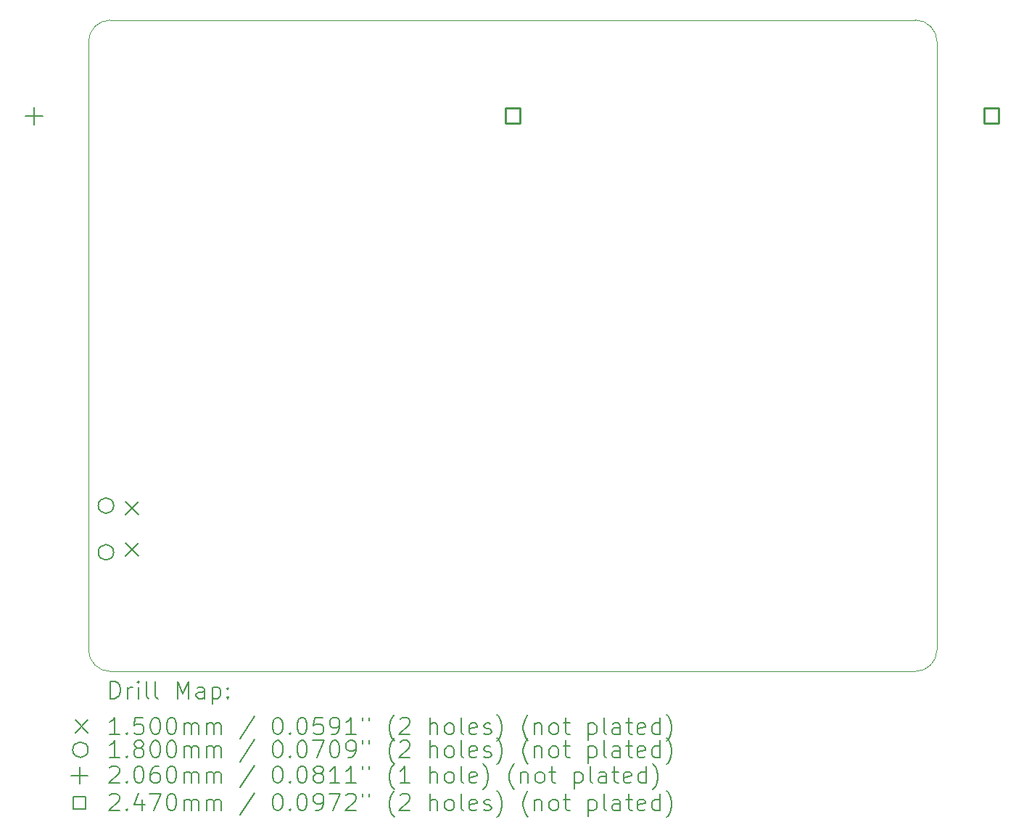
<source format=gbr>
%TF.GenerationSoftware,KiCad,Pcbnew,7.0.9*%
%TF.CreationDate,2024-01-22T22:06:58+01:00*%
%TF.ProjectId,programmer,70726f67-7261-46d6-9d65-722e6b696361,A0*%
%TF.SameCoordinates,Original*%
%TF.FileFunction,Drillmap*%
%TF.FilePolarity,Positive*%
%FSLAX45Y45*%
G04 Gerber Fmt 4.5, Leading zero omitted, Abs format (unit mm)*
G04 Created by KiCad (PCBNEW 7.0.9) date 2024-01-22 22:06:58*
%MOMM*%
%LPD*%
G01*
G04 APERTURE LIST*
%ADD10C,0.100000*%
%ADD11C,0.200000*%
%ADD12C,0.150000*%
%ADD13C,0.180000*%
%ADD14C,0.206000*%
%ADD15C,0.247000*%
G04 APERTURE END LIST*
D10*
X10339605Y-5005605D02*
X10339605Y-12104905D01*
X19991605Y-4751605D02*
X10593605Y-4751605D01*
X20245615Y-5005605D02*
G75*
G03*
X19991605Y-4751605I-254005J-5D01*
G01*
X10339615Y-12104905D02*
G75*
G03*
X10593605Y-12358905I253995J-5D01*
G01*
X10593605Y-4751605D02*
G75*
G03*
X10339605Y-5005605I5J-254005D01*
G01*
X20245605Y-12104905D02*
X20245605Y-5005605D01*
X10593605Y-12358905D02*
X19991605Y-12358905D01*
X19991605Y-12358905D02*
G75*
G03*
X20245605Y-12104905I5J253995D01*
G01*
D11*
D12*
X10771105Y-10377705D02*
X10921105Y-10527705D01*
X10921105Y-10377705D02*
X10771105Y-10527705D01*
X10771105Y-10862705D02*
X10921105Y-11012705D01*
X10921105Y-10862705D02*
X10771105Y-11012705D01*
D13*
X10633105Y-10422705D02*
G75*
G03*
X10633105Y-10422705I-90000J0D01*
G01*
X10633105Y-10967705D02*
G75*
G03*
X10633105Y-10967705I-90000J0D01*
G01*
D14*
X9704105Y-5766205D02*
X9704105Y-5972205D01*
X9601105Y-5869205D02*
X9807105Y-5869205D01*
D15*
X15379434Y-5956534D02*
X15379434Y-5781877D01*
X15204777Y-5781877D01*
X15204777Y-5956534D01*
X15379434Y-5956534D01*
X20967434Y-5956534D02*
X20967434Y-5781877D01*
X20792777Y-5781877D01*
X20792777Y-5956534D01*
X20967434Y-5956534D01*
D11*
X10595382Y-12675389D02*
X10595382Y-12475389D01*
X10595382Y-12475389D02*
X10643001Y-12475389D01*
X10643001Y-12475389D02*
X10671572Y-12484913D01*
X10671572Y-12484913D02*
X10690620Y-12503960D01*
X10690620Y-12503960D02*
X10700144Y-12523008D01*
X10700144Y-12523008D02*
X10709668Y-12561103D01*
X10709668Y-12561103D02*
X10709668Y-12589675D01*
X10709668Y-12589675D02*
X10700144Y-12627770D01*
X10700144Y-12627770D02*
X10690620Y-12646817D01*
X10690620Y-12646817D02*
X10671572Y-12665865D01*
X10671572Y-12665865D02*
X10643001Y-12675389D01*
X10643001Y-12675389D02*
X10595382Y-12675389D01*
X10795382Y-12675389D02*
X10795382Y-12542055D01*
X10795382Y-12580151D02*
X10804906Y-12561103D01*
X10804906Y-12561103D02*
X10814430Y-12551579D01*
X10814430Y-12551579D02*
X10833477Y-12542055D01*
X10833477Y-12542055D02*
X10852525Y-12542055D01*
X10919191Y-12675389D02*
X10919191Y-12542055D01*
X10919191Y-12475389D02*
X10909668Y-12484913D01*
X10909668Y-12484913D02*
X10919191Y-12494436D01*
X10919191Y-12494436D02*
X10928715Y-12484913D01*
X10928715Y-12484913D02*
X10919191Y-12475389D01*
X10919191Y-12475389D02*
X10919191Y-12494436D01*
X11043001Y-12675389D02*
X11023953Y-12665865D01*
X11023953Y-12665865D02*
X11014430Y-12646817D01*
X11014430Y-12646817D02*
X11014430Y-12475389D01*
X11147763Y-12675389D02*
X11128715Y-12665865D01*
X11128715Y-12665865D02*
X11119191Y-12646817D01*
X11119191Y-12646817D02*
X11119191Y-12475389D01*
X11376334Y-12675389D02*
X11376334Y-12475389D01*
X11376334Y-12475389D02*
X11443001Y-12618246D01*
X11443001Y-12618246D02*
X11509668Y-12475389D01*
X11509668Y-12475389D02*
X11509668Y-12675389D01*
X11690620Y-12675389D02*
X11690620Y-12570627D01*
X11690620Y-12570627D02*
X11681096Y-12551579D01*
X11681096Y-12551579D02*
X11662049Y-12542055D01*
X11662049Y-12542055D02*
X11623953Y-12542055D01*
X11623953Y-12542055D02*
X11604906Y-12551579D01*
X11690620Y-12665865D02*
X11671572Y-12675389D01*
X11671572Y-12675389D02*
X11623953Y-12675389D01*
X11623953Y-12675389D02*
X11604906Y-12665865D01*
X11604906Y-12665865D02*
X11595382Y-12646817D01*
X11595382Y-12646817D02*
X11595382Y-12627770D01*
X11595382Y-12627770D02*
X11604906Y-12608722D01*
X11604906Y-12608722D02*
X11623953Y-12599198D01*
X11623953Y-12599198D02*
X11671572Y-12599198D01*
X11671572Y-12599198D02*
X11690620Y-12589675D01*
X11785858Y-12542055D02*
X11785858Y-12742055D01*
X11785858Y-12551579D02*
X11804906Y-12542055D01*
X11804906Y-12542055D02*
X11843001Y-12542055D01*
X11843001Y-12542055D02*
X11862049Y-12551579D01*
X11862049Y-12551579D02*
X11871572Y-12561103D01*
X11871572Y-12561103D02*
X11881096Y-12580151D01*
X11881096Y-12580151D02*
X11881096Y-12637294D01*
X11881096Y-12637294D02*
X11871572Y-12656341D01*
X11871572Y-12656341D02*
X11862049Y-12665865D01*
X11862049Y-12665865D02*
X11843001Y-12675389D01*
X11843001Y-12675389D02*
X11804906Y-12675389D01*
X11804906Y-12675389D02*
X11785858Y-12665865D01*
X11966810Y-12656341D02*
X11976334Y-12665865D01*
X11976334Y-12665865D02*
X11966810Y-12675389D01*
X11966810Y-12675389D02*
X11957287Y-12665865D01*
X11957287Y-12665865D02*
X11966810Y-12656341D01*
X11966810Y-12656341D02*
X11966810Y-12675389D01*
X11966810Y-12551579D02*
X11976334Y-12561103D01*
X11976334Y-12561103D02*
X11966810Y-12570627D01*
X11966810Y-12570627D02*
X11957287Y-12561103D01*
X11957287Y-12561103D02*
X11966810Y-12551579D01*
X11966810Y-12551579D02*
X11966810Y-12570627D01*
D12*
X10184605Y-12928905D02*
X10334605Y-13078905D01*
X10334605Y-12928905D02*
X10184605Y-13078905D01*
D11*
X10700144Y-13095389D02*
X10585858Y-13095389D01*
X10643001Y-13095389D02*
X10643001Y-12895389D01*
X10643001Y-12895389D02*
X10623953Y-12923960D01*
X10623953Y-12923960D02*
X10604906Y-12943008D01*
X10604906Y-12943008D02*
X10585858Y-12952532D01*
X10785858Y-13076341D02*
X10795382Y-13085865D01*
X10795382Y-13085865D02*
X10785858Y-13095389D01*
X10785858Y-13095389D02*
X10776334Y-13085865D01*
X10776334Y-13085865D02*
X10785858Y-13076341D01*
X10785858Y-13076341D02*
X10785858Y-13095389D01*
X10976334Y-12895389D02*
X10881096Y-12895389D01*
X10881096Y-12895389D02*
X10871572Y-12990627D01*
X10871572Y-12990627D02*
X10881096Y-12981103D01*
X10881096Y-12981103D02*
X10900144Y-12971579D01*
X10900144Y-12971579D02*
X10947763Y-12971579D01*
X10947763Y-12971579D02*
X10966811Y-12981103D01*
X10966811Y-12981103D02*
X10976334Y-12990627D01*
X10976334Y-12990627D02*
X10985858Y-13009675D01*
X10985858Y-13009675D02*
X10985858Y-13057294D01*
X10985858Y-13057294D02*
X10976334Y-13076341D01*
X10976334Y-13076341D02*
X10966811Y-13085865D01*
X10966811Y-13085865D02*
X10947763Y-13095389D01*
X10947763Y-13095389D02*
X10900144Y-13095389D01*
X10900144Y-13095389D02*
X10881096Y-13085865D01*
X10881096Y-13085865D02*
X10871572Y-13076341D01*
X11109668Y-12895389D02*
X11128715Y-12895389D01*
X11128715Y-12895389D02*
X11147763Y-12904913D01*
X11147763Y-12904913D02*
X11157287Y-12914436D01*
X11157287Y-12914436D02*
X11166811Y-12933484D01*
X11166811Y-12933484D02*
X11176334Y-12971579D01*
X11176334Y-12971579D02*
X11176334Y-13019198D01*
X11176334Y-13019198D02*
X11166811Y-13057294D01*
X11166811Y-13057294D02*
X11157287Y-13076341D01*
X11157287Y-13076341D02*
X11147763Y-13085865D01*
X11147763Y-13085865D02*
X11128715Y-13095389D01*
X11128715Y-13095389D02*
X11109668Y-13095389D01*
X11109668Y-13095389D02*
X11090620Y-13085865D01*
X11090620Y-13085865D02*
X11081096Y-13076341D01*
X11081096Y-13076341D02*
X11071572Y-13057294D01*
X11071572Y-13057294D02*
X11062049Y-13019198D01*
X11062049Y-13019198D02*
X11062049Y-12971579D01*
X11062049Y-12971579D02*
X11071572Y-12933484D01*
X11071572Y-12933484D02*
X11081096Y-12914436D01*
X11081096Y-12914436D02*
X11090620Y-12904913D01*
X11090620Y-12904913D02*
X11109668Y-12895389D01*
X11300144Y-12895389D02*
X11319191Y-12895389D01*
X11319191Y-12895389D02*
X11338239Y-12904913D01*
X11338239Y-12904913D02*
X11347763Y-12914436D01*
X11347763Y-12914436D02*
X11357287Y-12933484D01*
X11357287Y-12933484D02*
X11366810Y-12971579D01*
X11366810Y-12971579D02*
X11366810Y-13019198D01*
X11366810Y-13019198D02*
X11357287Y-13057294D01*
X11357287Y-13057294D02*
X11347763Y-13076341D01*
X11347763Y-13076341D02*
X11338239Y-13085865D01*
X11338239Y-13085865D02*
X11319191Y-13095389D01*
X11319191Y-13095389D02*
X11300144Y-13095389D01*
X11300144Y-13095389D02*
X11281096Y-13085865D01*
X11281096Y-13085865D02*
X11271572Y-13076341D01*
X11271572Y-13076341D02*
X11262049Y-13057294D01*
X11262049Y-13057294D02*
X11252525Y-13019198D01*
X11252525Y-13019198D02*
X11252525Y-12971579D01*
X11252525Y-12971579D02*
X11262049Y-12933484D01*
X11262049Y-12933484D02*
X11271572Y-12914436D01*
X11271572Y-12914436D02*
X11281096Y-12904913D01*
X11281096Y-12904913D02*
X11300144Y-12895389D01*
X11452525Y-13095389D02*
X11452525Y-12962055D01*
X11452525Y-12981103D02*
X11462049Y-12971579D01*
X11462049Y-12971579D02*
X11481096Y-12962055D01*
X11481096Y-12962055D02*
X11509668Y-12962055D01*
X11509668Y-12962055D02*
X11528715Y-12971579D01*
X11528715Y-12971579D02*
X11538239Y-12990627D01*
X11538239Y-12990627D02*
X11538239Y-13095389D01*
X11538239Y-12990627D02*
X11547763Y-12971579D01*
X11547763Y-12971579D02*
X11566810Y-12962055D01*
X11566810Y-12962055D02*
X11595382Y-12962055D01*
X11595382Y-12962055D02*
X11614430Y-12971579D01*
X11614430Y-12971579D02*
X11623953Y-12990627D01*
X11623953Y-12990627D02*
X11623953Y-13095389D01*
X11719191Y-13095389D02*
X11719191Y-12962055D01*
X11719191Y-12981103D02*
X11728715Y-12971579D01*
X11728715Y-12971579D02*
X11747763Y-12962055D01*
X11747763Y-12962055D02*
X11776334Y-12962055D01*
X11776334Y-12962055D02*
X11795382Y-12971579D01*
X11795382Y-12971579D02*
X11804906Y-12990627D01*
X11804906Y-12990627D02*
X11804906Y-13095389D01*
X11804906Y-12990627D02*
X11814430Y-12971579D01*
X11814430Y-12971579D02*
X11833477Y-12962055D01*
X11833477Y-12962055D02*
X11862049Y-12962055D01*
X11862049Y-12962055D02*
X11881096Y-12971579D01*
X11881096Y-12971579D02*
X11890620Y-12990627D01*
X11890620Y-12990627D02*
X11890620Y-13095389D01*
X12281096Y-12885865D02*
X12109668Y-13143008D01*
X12538239Y-12895389D02*
X12557287Y-12895389D01*
X12557287Y-12895389D02*
X12576334Y-12904913D01*
X12576334Y-12904913D02*
X12585858Y-12914436D01*
X12585858Y-12914436D02*
X12595382Y-12933484D01*
X12595382Y-12933484D02*
X12604906Y-12971579D01*
X12604906Y-12971579D02*
X12604906Y-13019198D01*
X12604906Y-13019198D02*
X12595382Y-13057294D01*
X12595382Y-13057294D02*
X12585858Y-13076341D01*
X12585858Y-13076341D02*
X12576334Y-13085865D01*
X12576334Y-13085865D02*
X12557287Y-13095389D01*
X12557287Y-13095389D02*
X12538239Y-13095389D01*
X12538239Y-13095389D02*
X12519192Y-13085865D01*
X12519192Y-13085865D02*
X12509668Y-13076341D01*
X12509668Y-13076341D02*
X12500144Y-13057294D01*
X12500144Y-13057294D02*
X12490620Y-13019198D01*
X12490620Y-13019198D02*
X12490620Y-12971579D01*
X12490620Y-12971579D02*
X12500144Y-12933484D01*
X12500144Y-12933484D02*
X12509668Y-12914436D01*
X12509668Y-12914436D02*
X12519192Y-12904913D01*
X12519192Y-12904913D02*
X12538239Y-12895389D01*
X12690620Y-13076341D02*
X12700144Y-13085865D01*
X12700144Y-13085865D02*
X12690620Y-13095389D01*
X12690620Y-13095389D02*
X12681096Y-13085865D01*
X12681096Y-13085865D02*
X12690620Y-13076341D01*
X12690620Y-13076341D02*
X12690620Y-13095389D01*
X12823953Y-12895389D02*
X12843001Y-12895389D01*
X12843001Y-12895389D02*
X12862049Y-12904913D01*
X12862049Y-12904913D02*
X12871573Y-12914436D01*
X12871573Y-12914436D02*
X12881096Y-12933484D01*
X12881096Y-12933484D02*
X12890620Y-12971579D01*
X12890620Y-12971579D02*
X12890620Y-13019198D01*
X12890620Y-13019198D02*
X12881096Y-13057294D01*
X12881096Y-13057294D02*
X12871573Y-13076341D01*
X12871573Y-13076341D02*
X12862049Y-13085865D01*
X12862049Y-13085865D02*
X12843001Y-13095389D01*
X12843001Y-13095389D02*
X12823953Y-13095389D01*
X12823953Y-13095389D02*
X12804906Y-13085865D01*
X12804906Y-13085865D02*
X12795382Y-13076341D01*
X12795382Y-13076341D02*
X12785858Y-13057294D01*
X12785858Y-13057294D02*
X12776334Y-13019198D01*
X12776334Y-13019198D02*
X12776334Y-12971579D01*
X12776334Y-12971579D02*
X12785858Y-12933484D01*
X12785858Y-12933484D02*
X12795382Y-12914436D01*
X12795382Y-12914436D02*
X12804906Y-12904913D01*
X12804906Y-12904913D02*
X12823953Y-12895389D01*
X13071573Y-12895389D02*
X12976334Y-12895389D01*
X12976334Y-12895389D02*
X12966811Y-12990627D01*
X12966811Y-12990627D02*
X12976334Y-12981103D01*
X12976334Y-12981103D02*
X12995382Y-12971579D01*
X12995382Y-12971579D02*
X13043001Y-12971579D01*
X13043001Y-12971579D02*
X13062049Y-12981103D01*
X13062049Y-12981103D02*
X13071573Y-12990627D01*
X13071573Y-12990627D02*
X13081096Y-13009675D01*
X13081096Y-13009675D02*
X13081096Y-13057294D01*
X13081096Y-13057294D02*
X13071573Y-13076341D01*
X13071573Y-13076341D02*
X13062049Y-13085865D01*
X13062049Y-13085865D02*
X13043001Y-13095389D01*
X13043001Y-13095389D02*
X12995382Y-13095389D01*
X12995382Y-13095389D02*
X12976334Y-13085865D01*
X12976334Y-13085865D02*
X12966811Y-13076341D01*
X13176334Y-13095389D02*
X13214430Y-13095389D01*
X13214430Y-13095389D02*
X13233477Y-13085865D01*
X13233477Y-13085865D02*
X13243001Y-13076341D01*
X13243001Y-13076341D02*
X13262049Y-13047770D01*
X13262049Y-13047770D02*
X13271573Y-13009675D01*
X13271573Y-13009675D02*
X13271573Y-12933484D01*
X13271573Y-12933484D02*
X13262049Y-12914436D01*
X13262049Y-12914436D02*
X13252525Y-12904913D01*
X13252525Y-12904913D02*
X13233477Y-12895389D01*
X13233477Y-12895389D02*
X13195382Y-12895389D01*
X13195382Y-12895389D02*
X13176334Y-12904913D01*
X13176334Y-12904913D02*
X13166811Y-12914436D01*
X13166811Y-12914436D02*
X13157287Y-12933484D01*
X13157287Y-12933484D02*
X13157287Y-12981103D01*
X13157287Y-12981103D02*
X13166811Y-13000151D01*
X13166811Y-13000151D02*
X13176334Y-13009675D01*
X13176334Y-13009675D02*
X13195382Y-13019198D01*
X13195382Y-13019198D02*
X13233477Y-13019198D01*
X13233477Y-13019198D02*
X13252525Y-13009675D01*
X13252525Y-13009675D02*
X13262049Y-13000151D01*
X13262049Y-13000151D02*
X13271573Y-12981103D01*
X13462049Y-13095389D02*
X13347763Y-13095389D01*
X13404906Y-13095389D02*
X13404906Y-12895389D01*
X13404906Y-12895389D02*
X13385858Y-12923960D01*
X13385858Y-12923960D02*
X13366811Y-12943008D01*
X13366811Y-12943008D02*
X13347763Y-12952532D01*
X13538239Y-12895389D02*
X13538239Y-12933484D01*
X13614430Y-12895389D02*
X13614430Y-12933484D01*
X13909668Y-13171579D02*
X13900144Y-13162055D01*
X13900144Y-13162055D02*
X13881096Y-13133484D01*
X13881096Y-13133484D02*
X13871573Y-13114436D01*
X13871573Y-13114436D02*
X13862049Y-13085865D01*
X13862049Y-13085865D02*
X13852525Y-13038246D01*
X13852525Y-13038246D02*
X13852525Y-13000151D01*
X13852525Y-13000151D02*
X13862049Y-12952532D01*
X13862049Y-12952532D02*
X13871573Y-12923960D01*
X13871573Y-12923960D02*
X13881096Y-12904913D01*
X13881096Y-12904913D02*
X13900144Y-12876341D01*
X13900144Y-12876341D02*
X13909668Y-12866817D01*
X13976335Y-12914436D02*
X13985858Y-12904913D01*
X13985858Y-12904913D02*
X14004906Y-12895389D01*
X14004906Y-12895389D02*
X14052525Y-12895389D01*
X14052525Y-12895389D02*
X14071573Y-12904913D01*
X14071573Y-12904913D02*
X14081096Y-12914436D01*
X14081096Y-12914436D02*
X14090620Y-12933484D01*
X14090620Y-12933484D02*
X14090620Y-12952532D01*
X14090620Y-12952532D02*
X14081096Y-12981103D01*
X14081096Y-12981103D02*
X13966811Y-13095389D01*
X13966811Y-13095389D02*
X14090620Y-13095389D01*
X14328716Y-13095389D02*
X14328716Y-12895389D01*
X14414430Y-13095389D02*
X14414430Y-12990627D01*
X14414430Y-12990627D02*
X14404906Y-12971579D01*
X14404906Y-12971579D02*
X14385858Y-12962055D01*
X14385858Y-12962055D02*
X14357287Y-12962055D01*
X14357287Y-12962055D02*
X14338239Y-12971579D01*
X14338239Y-12971579D02*
X14328716Y-12981103D01*
X14538239Y-13095389D02*
X14519192Y-13085865D01*
X14519192Y-13085865D02*
X14509668Y-13076341D01*
X14509668Y-13076341D02*
X14500144Y-13057294D01*
X14500144Y-13057294D02*
X14500144Y-13000151D01*
X14500144Y-13000151D02*
X14509668Y-12981103D01*
X14509668Y-12981103D02*
X14519192Y-12971579D01*
X14519192Y-12971579D02*
X14538239Y-12962055D01*
X14538239Y-12962055D02*
X14566811Y-12962055D01*
X14566811Y-12962055D02*
X14585858Y-12971579D01*
X14585858Y-12971579D02*
X14595382Y-12981103D01*
X14595382Y-12981103D02*
X14604906Y-13000151D01*
X14604906Y-13000151D02*
X14604906Y-13057294D01*
X14604906Y-13057294D02*
X14595382Y-13076341D01*
X14595382Y-13076341D02*
X14585858Y-13085865D01*
X14585858Y-13085865D02*
X14566811Y-13095389D01*
X14566811Y-13095389D02*
X14538239Y-13095389D01*
X14719192Y-13095389D02*
X14700144Y-13085865D01*
X14700144Y-13085865D02*
X14690620Y-13066817D01*
X14690620Y-13066817D02*
X14690620Y-12895389D01*
X14871573Y-13085865D02*
X14852525Y-13095389D01*
X14852525Y-13095389D02*
X14814430Y-13095389D01*
X14814430Y-13095389D02*
X14795382Y-13085865D01*
X14795382Y-13085865D02*
X14785858Y-13066817D01*
X14785858Y-13066817D02*
X14785858Y-12990627D01*
X14785858Y-12990627D02*
X14795382Y-12971579D01*
X14795382Y-12971579D02*
X14814430Y-12962055D01*
X14814430Y-12962055D02*
X14852525Y-12962055D01*
X14852525Y-12962055D02*
X14871573Y-12971579D01*
X14871573Y-12971579D02*
X14881097Y-12990627D01*
X14881097Y-12990627D02*
X14881097Y-13009675D01*
X14881097Y-13009675D02*
X14785858Y-13028722D01*
X14957287Y-13085865D02*
X14976335Y-13095389D01*
X14976335Y-13095389D02*
X15014430Y-13095389D01*
X15014430Y-13095389D02*
X15033478Y-13085865D01*
X15033478Y-13085865D02*
X15043001Y-13066817D01*
X15043001Y-13066817D02*
X15043001Y-13057294D01*
X15043001Y-13057294D02*
X15033478Y-13038246D01*
X15033478Y-13038246D02*
X15014430Y-13028722D01*
X15014430Y-13028722D02*
X14985858Y-13028722D01*
X14985858Y-13028722D02*
X14966811Y-13019198D01*
X14966811Y-13019198D02*
X14957287Y-13000151D01*
X14957287Y-13000151D02*
X14957287Y-12990627D01*
X14957287Y-12990627D02*
X14966811Y-12971579D01*
X14966811Y-12971579D02*
X14985858Y-12962055D01*
X14985858Y-12962055D02*
X15014430Y-12962055D01*
X15014430Y-12962055D02*
X15033478Y-12971579D01*
X15109668Y-13171579D02*
X15119192Y-13162055D01*
X15119192Y-13162055D02*
X15138239Y-13133484D01*
X15138239Y-13133484D02*
X15147763Y-13114436D01*
X15147763Y-13114436D02*
X15157287Y-13085865D01*
X15157287Y-13085865D02*
X15166811Y-13038246D01*
X15166811Y-13038246D02*
X15166811Y-13000151D01*
X15166811Y-13000151D02*
X15157287Y-12952532D01*
X15157287Y-12952532D02*
X15147763Y-12923960D01*
X15147763Y-12923960D02*
X15138239Y-12904913D01*
X15138239Y-12904913D02*
X15119192Y-12876341D01*
X15119192Y-12876341D02*
X15109668Y-12866817D01*
X15471573Y-13171579D02*
X15462049Y-13162055D01*
X15462049Y-13162055D02*
X15443001Y-13133484D01*
X15443001Y-13133484D02*
X15433478Y-13114436D01*
X15433478Y-13114436D02*
X15423954Y-13085865D01*
X15423954Y-13085865D02*
X15414430Y-13038246D01*
X15414430Y-13038246D02*
X15414430Y-13000151D01*
X15414430Y-13000151D02*
X15423954Y-12952532D01*
X15423954Y-12952532D02*
X15433478Y-12923960D01*
X15433478Y-12923960D02*
X15443001Y-12904913D01*
X15443001Y-12904913D02*
X15462049Y-12876341D01*
X15462049Y-12876341D02*
X15471573Y-12866817D01*
X15547763Y-12962055D02*
X15547763Y-13095389D01*
X15547763Y-12981103D02*
X15557287Y-12971579D01*
X15557287Y-12971579D02*
X15576335Y-12962055D01*
X15576335Y-12962055D02*
X15604906Y-12962055D01*
X15604906Y-12962055D02*
X15623954Y-12971579D01*
X15623954Y-12971579D02*
X15633478Y-12990627D01*
X15633478Y-12990627D02*
X15633478Y-13095389D01*
X15757287Y-13095389D02*
X15738239Y-13085865D01*
X15738239Y-13085865D02*
X15728716Y-13076341D01*
X15728716Y-13076341D02*
X15719192Y-13057294D01*
X15719192Y-13057294D02*
X15719192Y-13000151D01*
X15719192Y-13000151D02*
X15728716Y-12981103D01*
X15728716Y-12981103D02*
X15738239Y-12971579D01*
X15738239Y-12971579D02*
X15757287Y-12962055D01*
X15757287Y-12962055D02*
X15785859Y-12962055D01*
X15785859Y-12962055D02*
X15804906Y-12971579D01*
X15804906Y-12971579D02*
X15814430Y-12981103D01*
X15814430Y-12981103D02*
X15823954Y-13000151D01*
X15823954Y-13000151D02*
X15823954Y-13057294D01*
X15823954Y-13057294D02*
X15814430Y-13076341D01*
X15814430Y-13076341D02*
X15804906Y-13085865D01*
X15804906Y-13085865D02*
X15785859Y-13095389D01*
X15785859Y-13095389D02*
X15757287Y-13095389D01*
X15881097Y-12962055D02*
X15957287Y-12962055D01*
X15909668Y-12895389D02*
X15909668Y-13066817D01*
X15909668Y-13066817D02*
X15919192Y-13085865D01*
X15919192Y-13085865D02*
X15938239Y-13095389D01*
X15938239Y-13095389D02*
X15957287Y-13095389D01*
X16176335Y-12962055D02*
X16176335Y-13162055D01*
X16176335Y-12971579D02*
X16195382Y-12962055D01*
X16195382Y-12962055D02*
X16233478Y-12962055D01*
X16233478Y-12962055D02*
X16252525Y-12971579D01*
X16252525Y-12971579D02*
X16262049Y-12981103D01*
X16262049Y-12981103D02*
X16271573Y-13000151D01*
X16271573Y-13000151D02*
X16271573Y-13057294D01*
X16271573Y-13057294D02*
X16262049Y-13076341D01*
X16262049Y-13076341D02*
X16252525Y-13085865D01*
X16252525Y-13085865D02*
X16233478Y-13095389D01*
X16233478Y-13095389D02*
X16195382Y-13095389D01*
X16195382Y-13095389D02*
X16176335Y-13085865D01*
X16385859Y-13095389D02*
X16366811Y-13085865D01*
X16366811Y-13085865D02*
X16357287Y-13066817D01*
X16357287Y-13066817D02*
X16357287Y-12895389D01*
X16547763Y-13095389D02*
X16547763Y-12990627D01*
X16547763Y-12990627D02*
X16538240Y-12971579D01*
X16538240Y-12971579D02*
X16519192Y-12962055D01*
X16519192Y-12962055D02*
X16481097Y-12962055D01*
X16481097Y-12962055D02*
X16462049Y-12971579D01*
X16547763Y-13085865D02*
X16528716Y-13095389D01*
X16528716Y-13095389D02*
X16481097Y-13095389D01*
X16481097Y-13095389D02*
X16462049Y-13085865D01*
X16462049Y-13085865D02*
X16452525Y-13066817D01*
X16452525Y-13066817D02*
X16452525Y-13047770D01*
X16452525Y-13047770D02*
X16462049Y-13028722D01*
X16462049Y-13028722D02*
X16481097Y-13019198D01*
X16481097Y-13019198D02*
X16528716Y-13019198D01*
X16528716Y-13019198D02*
X16547763Y-13009675D01*
X16614430Y-12962055D02*
X16690620Y-12962055D01*
X16643001Y-12895389D02*
X16643001Y-13066817D01*
X16643001Y-13066817D02*
X16652525Y-13085865D01*
X16652525Y-13085865D02*
X16671573Y-13095389D01*
X16671573Y-13095389D02*
X16690620Y-13095389D01*
X16833478Y-13085865D02*
X16814430Y-13095389D01*
X16814430Y-13095389D02*
X16776335Y-13095389D01*
X16776335Y-13095389D02*
X16757287Y-13085865D01*
X16757287Y-13085865D02*
X16747763Y-13066817D01*
X16747763Y-13066817D02*
X16747763Y-12990627D01*
X16747763Y-12990627D02*
X16757287Y-12971579D01*
X16757287Y-12971579D02*
X16776335Y-12962055D01*
X16776335Y-12962055D02*
X16814430Y-12962055D01*
X16814430Y-12962055D02*
X16833478Y-12971579D01*
X16833478Y-12971579D02*
X16843002Y-12990627D01*
X16843002Y-12990627D02*
X16843002Y-13009675D01*
X16843002Y-13009675D02*
X16747763Y-13028722D01*
X17014430Y-13095389D02*
X17014430Y-12895389D01*
X17014430Y-13085865D02*
X16995383Y-13095389D01*
X16995383Y-13095389D02*
X16957287Y-13095389D01*
X16957287Y-13095389D02*
X16938240Y-13085865D01*
X16938240Y-13085865D02*
X16928716Y-13076341D01*
X16928716Y-13076341D02*
X16919192Y-13057294D01*
X16919192Y-13057294D02*
X16919192Y-13000151D01*
X16919192Y-13000151D02*
X16928716Y-12981103D01*
X16928716Y-12981103D02*
X16938240Y-12971579D01*
X16938240Y-12971579D02*
X16957287Y-12962055D01*
X16957287Y-12962055D02*
X16995383Y-12962055D01*
X16995383Y-12962055D02*
X17014430Y-12971579D01*
X17090621Y-13171579D02*
X17100144Y-13162055D01*
X17100144Y-13162055D02*
X17119192Y-13133484D01*
X17119192Y-13133484D02*
X17128716Y-13114436D01*
X17128716Y-13114436D02*
X17138240Y-13085865D01*
X17138240Y-13085865D02*
X17147763Y-13038246D01*
X17147763Y-13038246D02*
X17147763Y-13000151D01*
X17147763Y-13000151D02*
X17138240Y-12952532D01*
X17138240Y-12952532D02*
X17128716Y-12923960D01*
X17128716Y-12923960D02*
X17119192Y-12904913D01*
X17119192Y-12904913D02*
X17100144Y-12876341D01*
X17100144Y-12876341D02*
X17090621Y-12866817D01*
D13*
X10334605Y-13273905D02*
G75*
G03*
X10334605Y-13273905I-90000J0D01*
G01*
D11*
X10700144Y-13365389D02*
X10585858Y-13365389D01*
X10643001Y-13365389D02*
X10643001Y-13165389D01*
X10643001Y-13165389D02*
X10623953Y-13193960D01*
X10623953Y-13193960D02*
X10604906Y-13213008D01*
X10604906Y-13213008D02*
X10585858Y-13222532D01*
X10785858Y-13346341D02*
X10795382Y-13355865D01*
X10795382Y-13355865D02*
X10785858Y-13365389D01*
X10785858Y-13365389D02*
X10776334Y-13355865D01*
X10776334Y-13355865D02*
X10785858Y-13346341D01*
X10785858Y-13346341D02*
X10785858Y-13365389D01*
X10909668Y-13251103D02*
X10890620Y-13241579D01*
X10890620Y-13241579D02*
X10881096Y-13232055D01*
X10881096Y-13232055D02*
X10871572Y-13213008D01*
X10871572Y-13213008D02*
X10871572Y-13203484D01*
X10871572Y-13203484D02*
X10881096Y-13184436D01*
X10881096Y-13184436D02*
X10890620Y-13174913D01*
X10890620Y-13174913D02*
X10909668Y-13165389D01*
X10909668Y-13165389D02*
X10947763Y-13165389D01*
X10947763Y-13165389D02*
X10966811Y-13174913D01*
X10966811Y-13174913D02*
X10976334Y-13184436D01*
X10976334Y-13184436D02*
X10985858Y-13203484D01*
X10985858Y-13203484D02*
X10985858Y-13213008D01*
X10985858Y-13213008D02*
X10976334Y-13232055D01*
X10976334Y-13232055D02*
X10966811Y-13241579D01*
X10966811Y-13241579D02*
X10947763Y-13251103D01*
X10947763Y-13251103D02*
X10909668Y-13251103D01*
X10909668Y-13251103D02*
X10890620Y-13260627D01*
X10890620Y-13260627D02*
X10881096Y-13270151D01*
X10881096Y-13270151D02*
X10871572Y-13289198D01*
X10871572Y-13289198D02*
X10871572Y-13327294D01*
X10871572Y-13327294D02*
X10881096Y-13346341D01*
X10881096Y-13346341D02*
X10890620Y-13355865D01*
X10890620Y-13355865D02*
X10909668Y-13365389D01*
X10909668Y-13365389D02*
X10947763Y-13365389D01*
X10947763Y-13365389D02*
X10966811Y-13355865D01*
X10966811Y-13355865D02*
X10976334Y-13346341D01*
X10976334Y-13346341D02*
X10985858Y-13327294D01*
X10985858Y-13327294D02*
X10985858Y-13289198D01*
X10985858Y-13289198D02*
X10976334Y-13270151D01*
X10976334Y-13270151D02*
X10966811Y-13260627D01*
X10966811Y-13260627D02*
X10947763Y-13251103D01*
X11109668Y-13165389D02*
X11128715Y-13165389D01*
X11128715Y-13165389D02*
X11147763Y-13174913D01*
X11147763Y-13174913D02*
X11157287Y-13184436D01*
X11157287Y-13184436D02*
X11166811Y-13203484D01*
X11166811Y-13203484D02*
X11176334Y-13241579D01*
X11176334Y-13241579D02*
X11176334Y-13289198D01*
X11176334Y-13289198D02*
X11166811Y-13327294D01*
X11166811Y-13327294D02*
X11157287Y-13346341D01*
X11157287Y-13346341D02*
X11147763Y-13355865D01*
X11147763Y-13355865D02*
X11128715Y-13365389D01*
X11128715Y-13365389D02*
X11109668Y-13365389D01*
X11109668Y-13365389D02*
X11090620Y-13355865D01*
X11090620Y-13355865D02*
X11081096Y-13346341D01*
X11081096Y-13346341D02*
X11071572Y-13327294D01*
X11071572Y-13327294D02*
X11062049Y-13289198D01*
X11062049Y-13289198D02*
X11062049Y-13241579D01*
X11062049Y-13241579D02*
X11071572Y-13203484D01*
X11071572Y-13203484D02*
X11081096Y-13184436D01*
X11081096Y-13184436D02*
X11090620Y-13174913D01*
X11090620Y-13174913D02*
X11109668Y-13165389D01*
X11300144Y-13165389D02*
X11319191Y-13165389D01*
X11319191Y-13165389D02*
X11338239Y-13174913D01*
X11338239Y-13174913D02*
X11347763Y-13184436D01*
X11347763Y-13184436D02*
X11357287Y-13203484D01*
X11357287Y-13203484D02*
X11366810Y-13241579D01*
X11366810Y-13241579D02*
X11366810Y-13289198D01*
X11366810Y-13289198D02*
X11357287Y-13327294D01*
X11357287Y-13327294D02*
X11347763Y-13346341D01*
X11347763Y-13346341D02*
X11338239Y-13355865D01*
X11338239Y-13355865D02*
X11319191Y-13365389D01*
X11319191Y-13365389D02*
X11300144Y-13365389D01*
X11300144Y-13365389D02*
X11281096Y-13355865D01*
X11281096Y-13355865D02*
X11271572Y-13346341D01*
X11271572Y-13346341D02*
X11262049Y-13327294D01*
X11262049Y-13327294D02*
X11252525Y-13289198D01*
X11252525Y-13289198D02*
X11252525Y-13241579D01*
X11252525Y-13241579D02*
X11262049Y-13203484D01*
X11262049Y-13203484D02*
X11271572Y-13184436D01*
X11271572Y-13184436D02*
X11281096Y-13174913D01*
X11281096Y-13174913D02*
X11300144Y-13165389D01*
X11452525Y-13365389D02*
X11452525Y-13232055D01*
X11452525Y-13251103D02*
X11462049Y-13241579D01*
X11462049Y-13241579D02*
X11481096Y-13232055D01*
X11481096Y-13232055D02*
X11509668Y-13232055D01*
X11509668Y-13232055D02*
X11528715Y-13241579D01*
X11528715Y-13241579D02*
X11538239Y-13260627D01*
X11538239Y-13260627D02*
X11538239Y-13365389D01*
X11538239Y-13260627D02*
X11547763Y-13241579D01*
X11547763Y-13241579D02*
X11566810Y-13232055D01*
X11566810Y-13232055D02*
X11595382Y-13232055D01*
X11595382Y-13232055D02*
X11614430Y-13241579D01*
X11614430Y-13241579D02*
X11623953Y-13260627D01*
X11623953Y-13260627D02*
X11623953Y-13365389D01*
X11719191Y-13365389D02*
X11719191Y-13232055D01*
X11719191Y-13251103D02*
X11728715Y-13241579D01*
X11728715Y-13241579D02*
X11747763Y-13232055D01*
X11747763Y-13232055D02*
X11776334Y-13232055D01*
X11776334Y-13232055D02*
X11795382Y-13241579D01*
X11795382Y-13241579D02*
X11804906Y-13260627D01*
X11804906Y-13260627D02*
X11804906Y-13365389D01*
X11804906Y-13260627D02*
X11814430Y-13241579D01*
X11814430Y-13241579D02*
X11833477Y-13232055D01*
X11833477Y-13232055D02*
X11862049Y-13232055D01*
X11862049Y-13232055D02*
X11881096Y-13241579D01*
X11881096Y-13241579D02*
X11890620Y-13260627D01*
X11890620Y-13260627D02*
X11890620Y-13365389D01*
X12281096Y-13155865D02*
X12109668Y-13413008D01*
X12538239Y-13165389D02*
X12557287Y-13165389D01*
X12557287Y-13165389D02*
X12576334Y-13174913D01*
X12576334Y-13174913D02*
X12585858Y-13184436D01*
X12585858Y-13184436D02*
X12595382Y-13203484D01*
X12595382Y-13203484D02*
X12604906Y-13241579D01*
X12604906Y-13241579D02*
X12604906Y-13289198D01*
X12604906Y-13289198D02*
X12595382Y-13327294D01*
X12595382Y-13327294D02*
X12585858Y-13346341D01*
X12585858Y-13346341D02*
X12576334Y-13355865D01*
X12576334Y-13355865D02*
X12557287Y-13365389D01*
X12557287Y-13365389D02*
X12538239Y-13365389D01*
X12538239Y-13365389D02*
X12519192Y-13355865D01*
X12519192Y-13355865D02*
X12509668Y-13346341D01*
X12509668Y-13346341D02*
X12500144Y-13327294D01*
X12500144Y-13327294D02*
X12490620Y-13289198D01*
X12490620Y-13289198D02*
X12490620Y-13241579D01*
X12490620Y-13241579D02*
X12500144Y-13203484D01*
X12500144Y-13203484D02*
X12509668Y-13184436D01*
X12509668Y-13184436D02*
X12519192Y-13174913D01*
X12519192Y-13174913D02*
X12538239Y-13165389D01*
X12690620Y-13346341D02*
X12700144Y-13355865D01*
X12700144Y-13355865D02*
X12690620Y-13365389D01*
X12690620Y-13365389D02*
X12681096Y-13355865D01*
X12681096Y-13355865D02*
X12690620Y-13346341D01*
X12690620Y-13346341D02*
X12690620Y-13365389D01*
X12823953Y-13165389D02*
X12843001Y-13165389D01*
X12843001Y-13165389D02*
X12862049Y-13174913D01*
X12862049Y-13174913D02*
X12871573Y-13184436D01*
X12871573Y-13184436D02*
X12881096Y-13203484D01*
X12881096Y-13203484D02*
X12890620Y-13241579D01*
X12890620Y-13241579D02*
X12890620Y-13289198D01*
X12890620Y-13289198D02*
X12881096Y-13327294D01*
X12881096Y-13327294D02*
X12871573Y-13346341D01*
X12871573Y-13346341D02*
X12862049Y-13355865D01*
X12862049Y-13355865D02*
X12843001Y-13365389D01*
X12843001Y-13365389D02*
X12823953Y-13365389D01*
X12823953Y-13365389D02*
X12804906Y-13355865D01*
X12804906Y-13355865D02*
X12795382Y-13346341D01*
X12795382Y-13346341D02*
X12785858Y-13327294D01*
X12785858Y-13327294D02*
X12776334Y-13289198D01*
X12776334Y-13289198D02*
X12776334Y-13241579D01*
X12776334Y-13241579D02*
X12785858Y-13203484D01*
X12785858Y-13203484D02*
X12795382Y-13184436D01*
X12795382Y-13184436D02*
X12804906Y-13174913D01*
X12804906Y-13174913D02*
X12823953Y-13165389D01*
X12957287Y-13165389D02*
X13090620Y-13165389D01*
X13090620Y-13165389D02*
X13004906Y-13365389D01*
X13204906Y-13165389D02*
X13223954Y-13165389D01*
X13223954Y-13165389D02*
X13243001Y-13174913D01*
X13243001Y-13174913D02*
X13252525Y-13184436D01*
X13252525Y-13184436D02*
X13262049Y-13203484D01*
X13262049Y-13203484D02*
X13271573Y-13241579D01*
X13271573Y-13241579D02*
X13271573Y-13289198D01*
X13271573Y-13289198D02*
X13262049Y-13327294D01*
X13262049Y-13327294D02*
X13252525Y-13346341D01*
X13252525Y-13346341D02*
X13243001Y-13355865D01*
X13243001Y-13355865D02*
X13223954Y-13365389D01*
X13223954Y-13365389D02*
X13204906Y-13365389D01*
X13204906Y-13365389D02*
X13185858Y-13355865D01*
X13185858Y-13355865D02*
X13176334Y-13346341D01*
X13176334Y-13346341D02*
X13166811Y-13327294D01*
X13166811Y-13327294D02*
X13157287Y-13289198D01*
X13157287Y-13289198D02*
X13157287Y-13241579D01*
X13157287Y-13241579D02*
X13166811Y-13203484D01*
X13166811Y-13203484D02*
X13176334Y-13184436D01*
X13176334Y-13184436D02*
X13185858Y-13174913D01*
X13185858Y-13174913D02*
X13204906Y-13165389D01*
X13366811Y-13365389D02*
X13404906Y-13365389D01*
X13404906Y-13365389D02*
X13423954Y-13355865D01*
X13423954Y-13355865D02*
X13433477Y-13346341D01*
X13433477Y-13346341D02*
X13452525Y-13317770D01*
X13452525Y-13317770D02*
X13462049Y-13279675D01*
X13462049Y-13279675D02*
X13462049Y-13203484D01*
X13462049Y-13203484D02*
X13452525Y-13184436D01*
X13452525Y-13184436D02*
X13443001Y-13174913D01*
X13443001Y-13174913D02*
X13423954Y-13165389D01*
X13423954Y-13165389D02*
X13385858Y-13165389D01*
X13385858Y-13165389D02*
X13366811Y-13174913D01*
X13366811Y-13174913D02*
X13357287Y-13184436D01*
X13357287Y-13184436D02*
X13347763Y-13203484D01*
X13347763Y-13203484D02*
X13347763Y-13251103D01*
X13347763Y-13251103D02*
X13357287Y-13270151D01*
X13357287Y-13270151D02*
X13366811Y-13279675D01*
X13366811Y-13279675D02*
X13385858Y-13289198D01*
X13385858Y-13289198D02*
X13423954Y-13289198D01*
X13423954Y-13289198D02*
X13443001Y-13279675D01*
X13443001Y-13279675D02*
X13452525Y-13270151D01*
X13452525Y-13270151D02*
X13462049Y-13251103D01*
X13538239Y-13165389D02*
X13538239Y-13203484D01*
X13614430Y-13165389D02*
X13614430Y-13203484D01*
X13909668Y-13441579D02*
X13900144Y-13432055D01*
X13900144Y-13432055D02*
X13881096Y-13403484D01*
X13881096Y-13403484D02*
X13871573Y-13384436D01*
X13871573Y-13384436D02*
X13862049Y-13355865D01*
X13862049Y-13355865D02*
X13852525Y-13308246D01*
X13852525Y-13308246D02*
X13852525Y-13270151D01*
X13852525Y-13270151D02*
X13862049Y-13222532D01*
X13862049Y-13222532D02*
X13871573Y-13193960D01*
X13871573Y-13193960D02*
X13881096Y-13174913D01*
X13881096Y-13174913D02*
X13900144Y-13146341D01*
X13900144Y-13146341D02*
X13909668Y-13136817D01*
X13976335Y-13184436D02*
X13985858Y-13174913D01*
X13985858Y-13174913D02*
X14004906Y-13165389D01*
X14004906Y-13165389D02*
X14052525Y-13165389D01*
X14052525Y-13165389D02*
X14071573Y-13174913D01*
X14071573Y-13174913D02*
X14081096Y-13184436D01*
X14081096Y-13184436D02*
X14090620Y-13203484D01*
X14090620Y-13203484D02*
X14090620Y-13222532D01*
X14090620Y-13222532D02*
X14081096Y-13251103D01*
X14081096Y-13251103D02*
X13966811Y-13365389D01*
X13966811Y-13365389D02*
X14090620Y-13365389D01*
X14328716Y-13365389D02*
X14328716Y-13165389D01*
X14414430Y-13365389D02*
X14414430Y-13260627D01*
X14414430Y-13260627D02*
X14404906Y-13241579D01*
X14404906Y-13241579D02*
X14385858Y-13232055D01*
X14385858Y-13232055D02*
X14357287Y-13232055D01*
X14357287Y-13232055D02*
X14338239Y-13241579D01*
X14338239Y-13241579D02*
X14328716Y-13251103D01*
X14538239Y-13365389D02*
X14519192Y-13355865D01*
X14519192Y-13355865D02*
X14509668Y-13346341D01*
X14509668Y-13346341D02*
X14500144Y-13327294D01*
X14500144Y-13327294D02*
X14500144Y-13270151D01*
X14500144Y-13270151D02*
X14509668Y-13251103D01*
X14509668Y-13251103D02*
X14519192Y-13241579D01*
X14519192Y-13241579D02*
X14538239Y-13232055D01*
X14538239Y-13232055D02*
X14566811Y-13232055D01*
X14566811Y-13232055D02*
X14585858Y-13241579D01*
X14585858Y-13241579D02*
X14595382Y-13251103D01*
X14595382Y-13251103D02*
X14604906Y-13270151D01*
X14604906Y-13270151D02*
X14604906Y-13327294D01*
X14604906Y-13327294D02*
X14595382Y-13346341D01*
X14595382Y-13346341D02*
X14585858Y-13355865D01*
X14585858Y-13355865D02*
X14566811Y-13365389D01*
X14566811Y-13365389D02*
X14538239Y-13365389D01*
X14719192Y-13365389D02*
X14700144Y-13355865D01*
X14700144Y-13355865D02*
X14690620Y-13336817D01*
X14690620Y-13336817D02*
X14690620Y-13165389D01*
X14871573Y-13355865D02*
X14852525Y-13365389D01*
X14852525Y-13365389D02*
X14814430Y-13365389D01*
X14814430Y-13365389D02*
X14795382Y-13355865D01*
X14795382Y-13355865D02*
X14785858Y-13336817D01*
X14785858Y-13336817D02*
X14785858Y-13260627D01*
X14785858Y-13260627D02*
X14795382Y-13241579D01*
X14795382Y-13241579D02*
X14814430Y-13232055D01*
X14814430Y-13232055D02*
X14852525Y-13232055D01*
X14852525Y-13232055D02*
X14871573Y-13241579D01*
X14871573Y-13241579D02*
X14881097Y-13260627D01*
X14881097Y-13260627D02*
X14881097Y-13279675D01*
X14881097Y-13279675D02*
X14785858Y-13298722D01*
X14957287Y-13355865D02*
X14976335Y-13365389D01*
X14976335Y-13365389D02*
X15014430Y-13365389D01*
X15014430Y-13365389D02*
X15033478Y-13355865D01*
X15033478Y-13355865D02*
X15043001Y-13336817D01*
X15043001Y-13336817D02*
X15043001Y-13327294D01*
X15043001Y-13327294D02*
X15033478Y-13308246D01*
X15033478Y-13308246D02*
X15014430Y-13298722D01*
X15014430Y-13298722D02*
X14985858Y-13298722D01*
X14985858Y-13298722D02*
X14966811Y-13289198D01*
X14966811Y-13289198D02*
X14957287Y-13270151D01*
X14957287Y-13270151D02*
X14957287Y-13260627D01*
X14957287Y-13260627D02*
X14966811Y-13241579D01*
X14966811Y-13241579D02*
X14985858Y-13232055D01*
X14985858Y-13232055D02*
X15014430Y-13232055D01*
X15014430Y-13232055D02*
X15033478Y-13241579D01*
X15109668Y-13441579D02*
X15119192Y-13432055D01*
X15119192Y-13432055D02*
X15138239Y-13403484D01*
X15138239Y-13403484D02*
X15147763Y-13384436D01*
X15147763Y-13384436D02*
X15157287Y-13355865D01*
X15157287Y-13355865D02*
X15166811Y-13308246D01*
X15166811Y-13308246D02*
X15166811Y-13270151D01*
X15166811Y-13270151D02*
X15157287Y-13222532D01*
X15157287Y-13222532D02*
X15147763Y-13193960D01*
X15147763Y-13193960D02*
X15138239Y-13174913D01*
X15138239Y-13174913D02*
X15119192Y-13146341D01*
X15119192Y-13146341D02*
X15109668Y-13136817D01*
X15471573Y-13441579D02*
X15462049Y-13432055D01*
X15462049Y-13432055D02*
X15443001Y-13403484D01*
X15443001Y-13403484D02*
X15433478Y-13384436D01*
X15433478Y-13384436D02*
X15423954Y-13355865D01*
X15423954Y-13355865D02*
X15414430Y-13308246D01*
X15414430Y-13308246D02*
X15414430Y-13270151D01*
X15414430Y-13270151D02*
X15423954Y-13222532D01*
X15423954Y-13222532D02*
X15433478Y-13193960D01*
X15433478Y-13193960D02*
X15443001Y-13174913D01*
X15443001Y-13174913D02*
X15462049Y-13146341D01*
X15462049Y-13146341D02*
X15471573Y-13136817D01*
X15547763Y-13232055D02*
X15547763Y-13365389D01*
X15547763Y-13251103D02*
X15557287Y-13241579D01*
X15557287Y-13241579D02*
X15576335Y-13232055D01*
X15576335Y-13232055D02*
X15604906Y-13232055D01*
X15604906Y-13232055D02*
X15623954Y-13241579D01*
X15623954Y-13241579D02*
X15633478Y-13260627D01*
X15633478Y-13260627D02*
X15633478Y-13365389D01*
X15757287Y-13365389D02*
X15738239Y-13355865D01*
X15738239Y-13355865D02*
X15728716Y-13346341D01*
X15728716Y-13346341D02*
X15719192Y-13327294D01*
X15719192Y-13327294D02*
X15719192Y-13270151D01*
X15719192Y-13270151D02*
X15728716Y-13251103D01*
X15728716Y-13251103D02*
X15738239Y-13241579D01*
X15738239Y-13241579D02*
X15757287Y-13232055D01*
X15757287Y-13232055D02*
X15785859Y-13232055D01*
X15785859Y-13232055D02*
X15804906Y-13241579D01*
X15804906Y-13241579D02*
X15814430Y-13251103D01*
X15814430Y-13251103D02*
X15823954Y-13270151D01*
X15823954Y-13270151D02*
X15823954Y-13327294D01*
X15823954Y-13327294D02*
X15814430Y-13346341D01*
X15814430Y-13346341D02*
X15804906Y-13355865D01*
X15804906Y-13355865D02*
X15785859Y-13365389D01*
X15785859Y-13365389D02*
X15757287Y-13365389D01*
X15881097Y-13232055D02*
X15957287Y-13232055D01*
X15909668Y-13165389D02*
X15909668Y-13336817D01*
X15909668Y-13336817D02*
X15919192Y-13355865D01*
X15919192Y-13355865D02*
X15938239Y-13365389D01*
X15938239Y-13365389D02*
X15957287Y-13365389D01*
X16176335Y-13232055D02*
X16176335Y-13432055D01*
X16176335Y-13241579D02*
X16195382Y-13232055D01*
X16195382Y-13232055D02*
X16233478Y-13232055D01*
X16233478Y-13232055D02*
X16252525Y-13241579D01*
X16252525Y-13241579D02*
X16262049Y-13251103D01*
X16262049Y-13251103D02*
X16271573Y-13270151D01*
X16271573Y-13270151D02*
X16271573Y-13327294D01*
X16271573Y-13327294D02*
X16262049Y-13346341D01*
X16262049Y-13346341D02*
X16252525Y-13355865D01*
X16252525Y-13355865D02*
X16233478Y-13365389D01*
X16233478Y-13365389D02*
X16195382Y-13365389D01*
X16195382Y-13365389D02*
X16176335Y-13355865D01*
X16385859Y-13365389D02*
X16366811Y-13355865D01*
X16366811Y-13355865D02*
X16357287Y-13336817D01*
X16357287Y-13336817D02*
X16357287Y-13165389D01*
X16547763Y-13365389D02*
X16547763Y-13260627D01*
X16547763Y-13260627D02*
X16538240Y-13241579D01*
X16538240Y-13241579D02*
X16519192Y-13232055D01*
X16519192Y-13232055D02*
X16481097Y-13232055D01*
X16481097Y-13232055D02*
X16462049Y-13241579D01*
X16547763Y-13355865D02*
X16528716Y-13365389D01*
X16528716Y-13365389D02*
X16481097Y-13365389D01*
X16481097Y-13365389D02*
X16462049Y-13355865D01*
X16462049Y-13355865D02*
X16452525Y-13336817D01*
X16452525Y-13336817D02*
X16452525Y-13317770D01*
X16452525Y-13317770D02*
X16462049Y-13298722D01*
X16462049Y-13298722D02*
X16481097Y-13289198D01*
X16481097Y-13289198D02*
X16528716Y-13289198D01*
X16528716Y-13289198D02*
X16547763Y-13279675D01*
X16614430Y-13232055D02*
X16690620Y-13232055D01*
X16643001Y-13165389D02*
X16643001Y-13336817D01*
X16643001Y-13336817D02*
X16652525Y-13355865D01*
X16652525Y-13355865D02*
X16671573Y-13365389D01*
X16671573Y-13365389D02*
X16690620Y-13365389D01*
X16833478Y-13355865D02*
X16814430Y-13365389D01*
X16814430Y-13365389D02*
X16776335Y-13365389D01*
X16776335Y-13365389D02*
X16757287Y-13355865D01*
X16757287Y-13355865D02*
X16747763Y-13336817D01*
X16747763Y-13336817D02*
X16747763Y-13260627D01*
X16747763Y-13260627D02*
X16757287Y-13241579D01*
X16757287Y-13241579D02*
X16776335Y-13232055D01*
X16776335Y-13232055D02*
X16814430Y-13232055D01*
X16814430Y-13232055D02*
X16833478Y-13241579D01*
X16833478Y-13241579D02*
X16843002Y-13260627D01*
X16843002Y-13260627D02*
X16843002Y-13279675D01*
X16843002Y-13279675D02*
X16747763Y-13298722D01*
X17014430Y-13365389D02*
X17014430Y-13165389D01*
X17014430Y-13355865D02*
X16995383Y-13365389D01*
X16995383Y-13365389D02*
X16957287Y-13365389D01*
X16957287Y-13365389D02*
X16938240Y-13355865D01*
X16938240Y-13355865D02*
X16928716Y-13346341D01*
X16928716Y-13346341D02*
X16919192Y-13327294D01*
X16919192Y-13327294D02*
X16919192Y-13270151D01*
X16919192Y-13270151D02*
X16928716Y-13251103D01*
X16928716Y-13251103D02*
X16938240Y-13241579D01*
X16938240Y-13241579D02*
X16957287Y-13232055D01*
X16957287Y-13232055D02*
X16995383Y-13232055D01*
X16995383Y-13232055D02*
X17014430Y-13241579D01*
X17090621Y-13441579D02*
X17100144Y-13432055D01*
X17100144Y-13432055D02*
X17119192Y-13403484D01*
X17119192Y-13403484D02*
X17128716Y-13384436D01*
X17128716Y-13384436D02*
X17138240Y-13355865D01*
X17138240Y-13355865D02*
X17147763Y-13308246D01*
X17147763Y-13308246D02*
X17147763Y-13270151D01*
X17147763Y-13270151D02*
X17138240Y-13222532D01*
X17138240Y-13222532D02*
X17128716Y-13193960D01*
X17128716Y-13193960D02*
X17119192Y-13174913D01*
X17119192Y-13174913D02*
X17100144Y-13146341D01*
X17100144Y-13146341D02*
X17090621Y-13136817D01*
X10234605Y-13473905D02*
X10234605Y-13673905D01*
X10134605Y-13573905D02*
X10334605Y-13573905D01*
X10585858Y-13484436D02*
X10595382Y-13474913D01*
X10595382Y-13474913D02*
X10614430Y-13465389D01*
X10614430Y-13465389D02*
X10662049Y-13465389D01*
X10662049Y-13465389D02*
X10681096Y-13474913D01*
X10681096Y-13474913D02*
X10690620Y-13484436D01*
X10690620Y-13484436D02*
X10700144Y-13503484D01*
X10700144Y-13503484D02*
X10700144Y-13522532D01*
X10700144Y-13522532D02*
X10690620Y-13551103D01*
X10690620Y-13551103D02*
X10576334Y-13665389D01*
X10576334Y-13665389D02*
X10700144Y-13665389D01*
X10785858Y-13646341D02*
X10795382Y-13655865D01*
X10795382Y-13655865D02*
X10785858Y-13665389D01*
X10785858Y-13665389D02*
X10776334Y-13655865D01*
X10776334Y-13655865D02*
X10785858Y-13646341D01*
X10785858Y-13646341D02*
X10785858Y-13665389D01*
X10919191Y-13465389D02*
X10938239Y-13465389D01*
X10938239Y-13465389D02*
X10957287Y-13474913D01*
X10957287Y-13474913D02*
X10966811Y-13484436D01*
X10966811Y-13484436D02*
X10976334Y-13503484D01*
X10976334Y-13503484D02*
X10985858Y-13541579D01*
X10985858Y-13541579D02*
X10985858Y-13589198D01*
X10985858Y-13589198D02*
X10976334Y-13627294D01*
X10976334Y-13627294D02*
X10966811Y-13646341D01*
X10966811Y-13646341D02*
X10957287Y-13655865D01*
X10957287Y-13655865D02*
X10938239Y-13665389D01*
X10938239Y-13665389D02*
X10919191Y-13665389D01*
X10919191Y-13665389D02*
X10900144Y-13655865D01*
X10900144Y-13655865D02*
X10890620Y-13646341D01*
X10890620Y-13646341D02*
X10881096Y-13627294D01*
X10881096Y-13627294D02*
X10871572Y-13589198D01*
X10871572Y-13589198D02*
X10871572Y-13541579D01*
X10871572Y-13541579D02*
X10881096Y-13503484D01*
X10881096Y-13503484D02*
X10890620Y-13484436D01*
X10890620Y-13484436D02*
X10900144Y-13474913D01*
X10900144Y-13474913D02*
X10919191Y-13465389D01*
X11157287Y-13465389D02*
X11119191Y-13465389D01*
X11119191Y-13465389D02*
X11100144Y-13474913D01*
X11100144Y-13474913D02*
X11090620Y-13484436D01*
X11090620Y-13484436D02*
X11071572Y-13513008D01*
X11071572Y-13513008D02*
X11062049Y-13551103D01*
X11062049Y-13551103D02*
X11062049Y-13627294D01*
X11062049Y-13627294D02*
X11071572Y-13646341D01*
X11071572Y-13646341D02*
X11081096Y-13655865D01*
X11081096Y-13655865D02*
X11100144Y-13665389D01*
X11100144Y-13665389D02*
X11138239Y-13665389D01*
X11138239Y-13665389D02*
X11157287Y-13655865D01*
X11157287Y-13655865D02*
X11166811Y-13646341D01*
X11166811Y-13646341D02*
X11176334Y-13627294D01*
X11176334Y-13627294D02*
X11176334Y-13579675D01*
X11176334Y-13579675D02*
X11166811Y-13560627D01*
X11166811Y-13560627D02*
X11157287Y-13551103D01*
X11157287Y-13551103D02*
X11138239Y-13541579D01*
X11138239Y-13541579D02*
X11100144Y-13541579D01*
X11100144Y-13541579D02*
X11081096Y-13551103D01*
X11081096Y-13551103D02*
X11071572Y-13560627D01*
X11071572Y-13560627D02*
X11062049Y-13579675D01*
X11300144Y-13465389D02*
X11319191Y-13465389D01*
X11319191Y-13465389D02*
X11338239Y-13474913D01*
X11338239Y-13474913D02*
X11347763Y-13484436D01*
X11347763Y-13484436D02*
X11357287Y-13503484D01*
X11357287Y-13503484D02*
X11366810Y-13541579D01*
X11366810Y-13541579D02*
X11366810Y-13589198D01*
X11366810Y-13589198D02*
X11357287Y-13627294D01*
X11357287Y-13627294D02*
X11347763Y-13646341D01*
X11347763Y-13646341D02*
X11338239Y-13655865D01*
X11338239Y-13655865D02*
X11319191Y-13665389D01*
X11319191Y-13665389D02*
X11300144Y-13665389D01*
X11300144Y-13665389D02*
X11281096Y-13655865D01*
X11281096Y-13655865D02*
X11271572Y-13646341D01*
X11271572Y-13646341D02*
X11262049Y-13627294D01*
X11262049Y-13627294D02*
X11252525Y-13589198D01*
X11252525Y-13589198D02*
X11252525Y-13541579D01*
X11252525Y-13541579D02*
X11262049Y-13503484D01*
X11262049Y-13503484D02*
X11271572Y-13484436D01*
X11271572Y-13484436D02*
X11281096Y-13474913D01*
X11281096Y-13474913D02*
X11300144Y-13465389D01*
X11452525Y-13665389D02*
X11452525Y-13532055D01*
X11452525Y-13551103D02*
X11462049Y-13541579D01*
X11462049Y-13541579D02*
X11481096Y-13532055D01*
X11481096Y-13532055D02*
X11509668Y-13532055D01*
X11509668Y-13532055D02*
X11528715Y-13541579D01*
X11528715Y-13541579D02*
X11538239Y-13560627D01*
X11538239Y-13560627D02*
X11538239Y-13665389D01*
X11538239Y-13560627D02*
X11547763Y-13541579D01*
X11547763Y-13541579D02*
X11566810Y-13532055D01*
X11566810Y-13532055D02*
X11595382Y-13532055D01*
X11595382Y-13532055D02*
X11614430Y-13541579D01*
X11614430Y-13541579D02*
X11623953Y-13560627D01*
X11623953Y-13560627D02*
X11623953Y-13665389D01*
X11719191Y-13665389D02*
X11719191Y-13532055D01*
X11719191Y-13551103D02*
X11728715Y-13541579D01*
X11728715Y-13541579D02*
X11747763Y-13532055D01*
X11747763Y-13532055D02*
X11776334Y-13532055D01*
X11776334Y-13532055D02*
X11795382Y-13541579D01*
X11795382Y-13541579D02*
X11804906Y-13560627D01*
X11804906Y-13560627D02*
X11804906Y-13665389D01*
X11804906Y-13560627D02*
X11814430Y-13541579D01*
X11814430Y-13541579D02*
X11833477Y-13532055D01*
X11833477Y-13532055D02*
X11862049Y-13532055D01*
X11862049Y-13532055D02*
X11881096Y-13541579D01*
X11881096Y-13541579D02*
X11890620Y-13560627D01*
X11890620Y-13560627D02*
X11890620Y-13665389D01*
X12281096Y-13455865D02*
X12109668Y-13713008D01*
X12538239Y-13465389D02*
X12557287Y-13465389D01*
X12557287Y-13465389D02*
X12576334Y-13474913D01*
X12576334Y-13474913D02*
X12585858Y-13484436D01*
X12585858Y-13484436D02*
X12595382Y-13503484D01*
X12595382Y-13503484D02*
X12604906Y-13541579D01*
X12604906Y-13541579D02*
X12604906Y-13589198D01*
X12604906Y-13589198D02*
X12595382Y-13627294D01*
X12595382Y-13627294D02*
X12585858Y-13646341D01*
X12585858Y-13646341D02*
X12576334Y-13655865D01*
X12576334Y-13655865D02*
X12557287Y-13665389D01*
X12557287Y-13665389D02*
X12538239Y-13665389D01*
X12538239Y-13665389D02*
X12519192Y-13655865D01*
X12519192Y-13655865D02*
X12509668Y-13646341D01*
X12509668Y-13646341D02*
X12500144Y-13627294D01*
X12500144Y-13627294D02*
X12490620Y-13589198D01*
X12490620Y-13589198D02*
X12490620Y-13541579D01*
X12490620Y-13541579D02*
X12500144Y-13503484D01*
X12500144Y-13503484D02*
X12509668Y-13484436D01*
X12509668Y-13484436D02*
X12519192Y-13474913D01*
X12519192Y-13474913D02*
X12538239Y-13465389D01*
X12690620Y-13646341D02*
X12700144Y-13655865D01*
X12700144Y-13655865D02*
X12690620Y-13665389D01*
X12690620Y-13665389D02*
X12681096Y-13655865D01*
X12681096Y-13655865D02*
X12690620Y-13646341D01*
X12690620Y-13646341D02*
X12690620Y-13665389D01*
X12823953Y-13465389D02*
X12843001Y-13465389D01*
X12843001Y-13465389D02*
X12862049Y-13474913D01*
X12862049Y-13474913D02*
X12871573Y-13484436D01*
X12871573Y-13484436D02*
X12881096Y-13503484D01*
X12881096Y-13503484D02*
X12890620Y-13541579D01*
X12890620Y-13541579D02*
X12890620Y-13589198D01*
X12890620Y-13589198D02*
X12881096Y-13627294D01*
X12881096Y-13627294D02*
X12871573Y-13646341D01*
X12871573Y-13646341D02*
X12862049Y-13655865D01*
X12862049Y-13655865D02*
X12843001Y-13665389D01*
X12843001Y-13665389D02*
X12823953Y-13665389D01*
X12823953Y-13665389D02*
X12804906Y-13655865D01*
X12804906Y-13655865D02*
X12795382Y-13646341D01*
X12795382Y-13646341D02*
X12785858Y-13627294D01*
X12785858Y-13627294D02*
X12776334Y-13589198D01*
X12776334Y-13589198D02*
X12776334Y-13541579D01*
X12776334Y-13541579D02*
X12785858Y-13503484D01*
X12785858Y-13503484D02*
X12795382Y-13484436D01*
X12795382Y-13484436D02*
X12804906Y-13474913D01*
X12804906Y-13474913D02*
X12823953Y-13465389D01*
X13004906Y-13551103D02*
X12985858Y-13541579D01*
X12985858Y-13541579D02*
X12976334Y-13532055D01*
X12976334Y-13532055D02*
X12966811Y-13513008D01*
X12966811Y-13513008D02*
X12966811Y-13503484D01*
X12966811Y-13503484D02*
X12976334Y-13484436D01*
X12976334Y-13484436D02*
X12985858Y-13474913D01*
X12985858Y-13474913D02*
X13004906Y-13465389D01*
X13004906Y-13465389D02*
X13043001Y-13465389D01*
X13043001Y-13465389D02*
X13062049Y-13474913D01*
X13062049Y-13474913D02*
X13071573Y-13484436D01*
X13071573Y-13484436D02*
X13081096Y-13503484D01*
X13081096Y-13503484D02*
X13081096Y-13513008D01*
X13081096Y-13513008D02*
X13071573Y-13532055D01*
X13071573Y-13532055D02*
X13062049Y-13541579D01*
X13062049Y-13541579D02*
X13043001Y-13551103D01*
X13043001Y-13551103D02*
X13004906Y-13551103D01*
X13004906Y-13551103D02*
X12985858Y-13560627D01*
X12985858Y-13560627D02*
X12976334Y-13570151D01*
X12976334Y-13570151D02*
X12966811Y-13589198D01*
X12966811Y-13589198D02*
X12966811Y-13627294D01*
X12966811Y-13627294D02*
X12976334Y-13646341D01*
X12976334Y-13646341D02*
X12985858Y-13655865D01*
X12985858Y-13655865D02*
X13004906Y-13665389D01*
X13004906Y-13665389D02*
X13043001Y-13665389D01*
X13043001Y-13665389D02*
X13062049Y-13655865D01*
X13062049Y-13655865D02*
X13071573Y-13646341D01*
X13071573Y-13646341D02*
X13081096Y-13627294D01*
X13081096Y-13627294D02*
X13081096Y-13589198D01*
X13081096Y-13589198D02*
X13071573Y-13570151D01*
X13071573Y-13570151D02*
X13062049Y-13560627D01*
X13062049Y-13560627D02*
X13043001Y-13551103D01*
X13271573Y-13665389D02*
X13157287Y-13665389D01*
X13214430Y-13665389D02*
X13214430Y-13465389D01*
X13214430Y-13465389D02*
X13195382Y-13493960D01*
X13195382Y-13493960D02*
X13176334Y-13513008D01*
X13176334Y-13513008D02*
X13157287Y-13522532D01*
X13462049Y-13665389D02*
X13347763Y-13665389D01*
X13404906Y-13665389D02*
X13404906Y-13465389D01*
X13404906Y-13465389D02*
X13385858Y-13493960D01*
X13385858Y-13493960D02*
X13366811Y-13513008D01*
X13366811Y-13513008D02*
X13347763Y-13522532D01*
X13538239Y-13465389D02*
X13538239Y-13503484D01*
X13614430Y-13465389D02*
X13614430Y-13503484D01*
X13909668Y-13741579D02*
X13900144Y-13732055D01*
X13900144Y-13732055D02*
X13881096Y-13703484D01*
X13881096Y-13703484D02*
X13871573Y-13684436D01*
X13871573Y-13684436D02*
X13862049Y-13655865D01*
X13862049Y-13655865D02*
X13852525Y-13608246D01*
X13852525Y-13608246D02*
X13852525Y-13570151D01*
X13852525Y-13570151D02*
X13862049Y-13522532D01*
X13862049Y-13522532D02*
X13871573Y-13493960D01*
X13871573Y-13493960D02*
X13881096Y-13474913D01*
X13881096Y-13474913D02*
X13900144Y-13446341D01*
X13900144Y-13446341D02*
X13909668Y-13436817D01*
X14090620Y-13665389D02*
X13976335Y-13665389D01*
X14033477Y-13665389D02*
X14033477Y-13465389D01*
X14033477Y-13465389D02*
X14014430Y-13493960D01*
X14014430Y-13493960D02*
X13995382Y-13513008D01*
X13995382Y-13513008D02*
X13976335Y-13522532D01*
X14328716Y-13665389D02*
X14328716Y-13465389D01*
X14414430Y-13665389D02*
X14414430Y-13560627D01*
X14414430Y-13560627D02*
X14404906Y-13541579D01*
X14404906Y-13541579D02*
X14385858Y-13532055D01*
X14385858Y-13532055D02*
X14357287Y-13532055D01*
X14357287Y-13532055D02*
X14338239Y-13541579D01*
X14338239Y-13541579D02*
X14328716Y-13551103D01*
X14538239Y-13665389D02*
X14519192Y-13655865D01*
X14519192Y-13655865D02*
X14509668Y-13646341D01*
X14509668Y-13646341D02*
X14500144Y-13627294D01*
X14500144Y-13627294D02*
X14500144Y-13570151D01*
X14500144Y-13570151D02*
X14509668Y-13551103D01*
X14509668Y-13551103D02*
X14519192Y-13541579D01*
X14519192Y-13541579D02*
X14538239Y-13532055D01*
X14538239Y-13532055D02*
X14566811Y-13532055D01*
X14566811Y-13532055D02*
X14585858Y-13541579D01*
X14585858Y-13541579D02*
X14595382Y-13551103D01*
X14595382Y-13551103D02*
X14604906Y-13570151D01*
X14604906Y-13570151D02*
X14604906Y-13627294D01*
X14604906Y-13627294D02*
X14595382Y-13646341D01*
X14595382Y-13646341D02*
X14585858Y-13655865D01*
X14585858Y-13655865D02*
X14566811Y-13665389D01*
X14566811Y-13665389D02*
X14538239Y-13665389D01*
X14719192Y-13665389D02*
X14700144Y-13655865D01*
X14700144Y-13655865D02*
X14690620Y-13636817D01*
X14690620Y-13636817D02*
X14690620Y-13465389D01*
X14871573Y-13655865D02*
X14852525Y-13665389D01*
X14852525Y-13665389D02*
X14814430Y-13665389D01*
X14814430Y-13665389D02*
X14795382Y-13655865D01*
X14795382Y-13655865D02*
X14785858Y-13636817D01*
X14785858Y-13636817D02*
X14785858Y-13560627D01*
X14785858Y-13560627D02*
X14795382Y-13541579D01*
X14795382Y-13541579D02*
X14814430Y-13532055D01*
X14814430Y-13532055D02*
X14852525Y-13532055D01*
X14852525Y-13532055D02*
X14871573Y-13541579D01*
X14871573Y-13541579D02*
X14881097Y-13560627D01*
X14881097Y-13560627D02*
X14881097Y-13579675D01*
X14881097Y-13579675D02*
X14785858Y-13598722D01*
X14947763Y-13741579D02*
X14957287Y-13732055D01*
X14957287Y-13732055D02*
X14976335Y-13703484D01*
X14976335Y-13703484D02*
X14985858Y-13684436D01*
X14985858Y-13684436D02*
X14995382Y-13655865D01*
X14995382Y-13655865D02*
X15004906Y-13608246D01*
X15004906Y-13608246D02*
X15004906Y-13570151D01*
X15004906Y-13570151D02*
X14995382Y-13522532D01*
X14995382Y-13522532D02*
X14985858Y-13493960D01*
X14985858Y-13493960D02*
X14976335Y-13474913D01*
X14976335Y-13474913D02*
X14957287Y-13446341D01*
X14957287Y-13446341D02*
X14947763Y-13436817D01*
X15309668Y-13741579D02*
X15300144Y-13732055D01*
X15300144Y-13732055D02*
X15281097Y-13703484D01*
X15281097Y-13703484D02*
X15271573Y-13684436D01*
X15271573Y-13684436D02*
X15262049Y-13655865D01*
X15262049Y-13655865D02*
X15252525Y-13608246D01*
X15252525Y-13608246D02*
X15252525Y-13570151D01*
X15252525Y-13570151D02*
X15262049Y-13522532D01*
X15262049Y-13522532D02*
X15271573Y-13493960D01*
X15271573Y-13493960D02*
X15281097Y-13474913D01*
X15281097Y-13474913D02*
X15300144Y-13446341D01*
X15300144Y-13446341D02*
X15309668Y-13436817D01*
X15385858Y-13532055D02*
X15385858Y-13665389D01*
X15385858Y-13551103D02*
X15395382Y-13541579D01*
X15395382Y-13541579D02*
X15414430Y-13532055D01*
X15414430Y-13532055D02*
X15443001Y-13532055D01*
X15443001Y-13532055D02*
X15462049Y-13541579D01*
X15462049Y-13541579D02*
X15471573Y-13560627D01*
X15471573Y-13560627D02*
X15471573Y-13665389D01*
X15595382Y-13665389D02*
X15576335Y-13655865D01*
X15576335Y-13655865D02*
X15566811Y-13646341D01*
X15566811Y-13646341D02*
X15557287Y-13627294D01*
X15557287Y-13627294D02*
X15557287Y-13570151D01*
X15557287Y-13570151D02*
X15566811Y-13551103D01*
X15566811Y-13551103D02*
X15576335Y-13541579D01*
X15576335Y-13541579D02*
X15595382Y-13532055D01*
X15595382Y-13532055D02*
X15623954Y-13532055D01*
X15623954Y-13532055D02*
X15643001Y-13541579D01*
X15643001Y-13541579D02*
X15652525Y-13551103D01*
X15652525Y-13551103D02*
X15662049Y-13570151D01*
X15662049Y-13570151D02*
X15662049Y-13627294D01*
X15662049Y-13627294D02*
X15652525Y-13646341D01*
X15652525Y-13646341D02*
X15643001Y-13655865D01*
X15643001Y-13655865D02*
X15623954Y-13665389D01*
X15623954Y-13665389D02*
X15595382Y-13665389D01*
X15719192Y-13532055D02*
X15795382Y-13532055D01*
X15747763Y-13465389D02*
X15747763Y-13636817D01*
X15747763Y-13636817D02*
X15757287Y-13655865D01*
X15757287Y-13655865D02*
X15776335Y-13665389D01*
X15776335Y-13665389D02*
X15795382Y-13665389D01*
X16014430Y-13532055D02*
X16014430Y-13732055D01*
X16014430Y-13541579D02*
X16033478Y-13532055D01*
X16033478Y-13532055D02*
X16071573Y-13532055D01*
X16071573Y-13532055D02*
X16090620Y-13541579D01*
X16090620Y-13541579D02*
X16100144Y-13551103D01*
X16100144Y-13551103D02*
X16109668Y-13570151D01*
X16109668Y-13570151D02*
X16109668Y-13627294D01*
X16109668Y-13627294D02*
X16100144Y-13646341D01*
X16100144Y-13646341D02*
X16090620Y-13655865D01*
X16090620Y-13655865D02*
X16071573Y-13665389D01*
X16071573Y-13665389D02*
X16033478Y-13665389D01*
X16033478Y-13665389D02*
X16014430Y-13655865D01*
X16223954Y-13665389D02*
X16204906Y-13655865D01*
X16204906Y-13655865D02*
X16195382Y-13636817D01*
X16195382Y-13636817D02*
X16195382Y-13465389D01*
X16385859Y-13665389D02*
X16385859Y-13560627D01*
X16385859Y-13560627D02*
X16376335Y-13541579D01*
X16376335Y-13541579D02*
X16357287Y-13532055D01*
X16357287Y-13532055D02*
X16319192Y-13532055D01*
X16319192Y-13532055D02*
X16300144Y-13541579D01*
X16385859Y-13655865D02*
X16366811Y-13665389D01*
X16366811Y-13665389D02*
X16319192Y-13665389D01*
X16319192Y-13665389D02*
X16300144Y-13655865D01*
X16300144Y-13655865D02*
X16290620Y-13636817D01*
X16290620Y-13636817D02*
X16290620Y-13617770D01*
X16290620Y-13617770D02*
X16300144Y-13598722D01*
X16300144Y-13598722D02*
X16319192Y-13589198D01*
X16319192Y-13589198D02*
X16366811Y-13589198D01*
X16366811Y-13589198D02*
X16385859Y-13579675D01*
X16452525Y-13532055D02*
X16528716Y-13532055D01*
X16481097Y-13465389D02*
X16481097Y-13636817D01*
X16481097Y-13636817D02*
X16490620Y-13655865D01*
X16490620Y-13655865D02*
X16509668Y-13665389D01*
X16509668Y-13665389D02*
X16528716Y-13665389D01*
X16671573Y-13655865D02*
X16652525Y-13665389D01*
X16652525Y-13665389D02*
X16614430Y-13665389D01*
X16614430Y-13665389D02*
X16595382Y-13655865D01*
X16595382Y-13655865D02*
X16585859Y-13636817D01*
X16585859Y-13636817D02*
X16585859Y-13560627D01*
X16585859Y-13560627D02*
X16595382Y-13541579D01*
X16595382Y-13541579D02*
X16614430Y-13532055D01*
X16614430Y-13532055D02*
X16652525Y-13532055D01*
X16652525Y-13532055D02*
X16671573Y-13541579D01*
X16671573Y-13541579D02*
X16681097Y-13560627D01*
X16681097Y-13560627D02*
X16681097Y-13579675D01*
X16681097Y-13579675D02*
X16585859Y-13598722D01*
X16852525Y-13665389D02*
X16852525Y-13465389D01*
X16852525Y-13655865D02*
X16833478Y-13665389D01*
X16833478Y-13665389D02*
X16795382Y-13665389D01*
X16795382Y-13665389D02*
X16776335Y-13655865D01*
X16776335Y-13655865D02*
X16766811Y-13646341D01*
X16766811Y-13646341D02*
X16757287Y-13627294D01*
X16757287Y-13627294D02*
X16757287Y-13570151D01*
X16757287Y-13570151D02*
X16766811Y-13551103D01*
X16766811Y-13551103D02*
X16776335Y-13541579D01*
X16776335Y-13541579D02*
X16795382Y-13532055D01*
X16795382Y-13532055D02*
X16833478Y-13532055D01*
X16833478Y-13532055D02*
X16852525Y-13541579D01*
X16928716Y-13741579D02*
X16938240Y-13732055D01*
X16938240Y-13732055D02*
X16957287Y-13703484D01*
X16957287Y-13703484D02*
X16966811Y-13684436D01*
X16966811Y-13684436D02*
X16976335Y-13655865D01*
X16976335Y-13655865D02*
X16985859Y-13608246D01*
X16985859Y-13608246D02*
X16985859Y-13570151D01*
X16985859Y-13570151D02*
X16976335Y-13522532D01*
X16976335Y-13522532D02*
X16966811Y-13493960D01*
X16966811Y-13493960D02*
X16957287Y-13474913D01*
X16957287Y-13474913D02*
X16938240Y-13446341D01*
X16938240Y-13446341D02*
X16928716Y-13436817D01*
X10305317Y-13964616D02*
X10305317Y-13823194D01*
X10163894Y-13823194D01*
X10163894Y-13964616D01*
X10305317Y-13964616D01*
X10585858Y-13804436D02*
X10595382Y-13794913D01*
X10595382Y-13794913D02*
X10614430Y-13785389D01*
X10614430Y-13785389D02*
X10662049Y-13785389D01*
X10662049Y-13785389D02*
X10681096Y-13794913D01*
X10681096Y-13794913D02*
X10690620Y-13804436D01*
X10690620Y-13804436D02*
X10700144Y-13823484D01*
X10700144Y-13823484D02*
X10700144Y-13842532D01*
X10700144Y-13842532D02*
X10690620Y-13871103D01*
X10690620Y-13871103D02*
X10576334Y-13985389D01*
X10576334Y-13985389D02*
X10700144Y-13985389D01*
X10785858Y-13966341D02*
X10795382Y-13975865D01*
X10795382Y-13975865D02*
X10785858Y-13985389D01*
X10785858Y-13985389D02*
X10776334Y-13975865D01*
X10776334Y-13975865D02*
X10785858Y-13966341D01*
X10785858Y-13966341D02*
X10785858Y-13985389D01*
X10966811Y-13852055D02*
X10966811Y-13985389D01*
X10919191Y-13775865D02*
X10871572Y-13918722D01*
X10871572Y-13918722D02*
X10995382Y-13918722D01*
X11052525Y-13785389D02*
X11185858Y-13785389D01*
X11185858Y-13785389D02*
X11100144Y-13985389D01*
X11300144Y-13785389D02*
X11319191Y-13785389D01*
X11319191Y-13785389D02*
X11338239Y-13794913D01*
X11338239Y-13794913D02*
X11347763Y-13804436D01*
X11347763Y-13804436D02*
X11357287Y-13823484D01*
X11357287Y-13823484D02*
X11366810Y-13861579D01*
X11366810Y-13861579D02*
X11366810Y-13909198D01*
X11366810Y-13909198D02*
X11357287Y-13947294D01*
X11357287Y-13947294D02*
X11347763Y-13966341D01*
X11347763Y-13966341D02*
X11338239Y-13975865D01*
X11338239Y-13975865D02*
X11319191Y-13985389D01*
X11319191Y-13985389D02*
X11300144Y-13985389D01*
X11300144Y-13985389D02*
X11281096Y-13975865D01*
X11281096Y-13975865D02*
X11271572Y-13966341D01*
X11271572Y-13966341D02*
X11262049Y-13947294D01*
X11262049Y-13947294D02*
X11252525Y-13909198D01*
X11252525Y-13909198D02*
X11252525Y-13861579D01*
X11252525Y-13861579D02*
X11262049Y-13823484D01*
X11262049Y-13823484D02*
X11271572Y-13804436D01*
X11271572Y-13804436D02*
X11281096Y-13794913D01*
X11281096Y-13794913D02*
X11300144Y-13785389D01*
X11452525Y-13985389D02*
X11452525Y-13852055D01*
X11452525Y-13871103D02*
X11462049Y-13861579D01*
X11462049Y-13861579D02*
X11481096Y-13852055D01*
X11481096Y-13852055D02*
X11509668Y-13852055D01*
X11509668Y-13852055D02*
X11528715Y-13861579D01*
X11528715Y-13861579D02*
X11538239Y-13880627D01*
X11538239Y-13880627D02*
X11538239Y-13985389D01*
X11538239Y-13880627D02*
X11547763Y-13861579D01*
X11547763Y-13861579D02*
X11566810Y-13852055D01*
X11566810Y-13852055D02*
X11595382Y-13852055D01*
X11595382Y-13852055D02*
X11614430Y-13861579D01*
X11614430Y-13861579D02*
X11623953Y-13880627D01*
X11623953Y-13880627D02*
X11623953Y-13985389D01*
X11719191Y-13985389D02*
X11719191Y-13852055D01*
X11719191Y-13871103D02*
X11728715Y-13861579D01*
X11728715Y-13861579D02*
X11747763Y-13852055D01*
X11747763Y-13852055D02*
X11776334Y-13852055D01*
X11776334Y-13852055D02*
X11795382Y-13861579D01*
X11795382Y-13861579D02*
X11804906Y-13880627D01*
X11804906Y-13880627D02*
X11804906Y-13985389D01*
X11804906Y-13880627D02*
X11814430Y-13861579D01*
X11814430Y-13861579D02*
X11833477Y-13852055D01*
X11833477Y-13852055D02*
X11862049Y-13852055D01*
X11862049Y-13852055D02*
X11881096Y-13861579D01*
X11881096Y-13861579D02*
X11890620Y-13880627D01*
X11890620Y-13880627D02*
X11890620Y-13985389D01*
X12281096Y-13775865D02*
X12109668Y-14033008D01*
X12538239Y-13785389D02*
X12557287Y-13785389D01*
X12557287Y-13785389D02*
X12576334Y-13794913D01*
X12576334Y-13794913D02*
X12585858Y-13804436D01*
X12585858Y-13804436D02*
X12595382Y-13823484D01*
X12595382Y-13823484D02*
X12604906Y-13861579D01*
X12604906Y-13861579D02*
X12604906Y-13909198D01*
X12604906Y-13909198D02*
X12595382Y-13947294D01*
X12595382Y-13947294D02*
X12585858Y-13966341D01*
X12585858Y-13966341D02*
X12576334Y-13975865D01*
X12576334Y-13975865D02*
X12557287Y-13985389D01*
X12557287Y-13985389D02*
X12538239Y-13985389D01*
X12538239Y-13985389D02*
X12519192Y-13975865D01*
X12519192Y-13975865D02*
X12509668Y-13966341D01*
X12509668Y-13966341D02*
X12500144Y-13947294D01*
X12500144Y-13947294D02*
X12490620Y-13909198D01*
X12490620Y-13909198D02*
X12490620Y-13861579D01*
X12490620Y-13861579D02*
X12500144Y-13823484D01*
X12500144Y-13823484D02*
X12509668Y-13804436D01*
X12509668Y-13804436D02*
X12519192Y-13794913D01*
X12519192Y-13794913D02*
X12538239Y-13785389D01*
X12690620Y-13966341D02*
X12700144Y-13975865D01*
X12700144Y-13975865D02*
X12690620Y-13985389D01*
X12690620Y-13985389D02*
X12681096Y-13975865D01*
X12681096Y-13975865D02*
X12690620Y-13966341D01*
X12690620Y-13966341D02*
X12690620Y-13985389D01*
X12823953Y-13785389D02*
X12843001Y-13785389D01*
X12843001Y-13785389D02*
X12862049Y-13794913D01*
X12862049Y-13794913D02*
X12871573Y-13804436D01*
X12871573Y-13804436D02*
X12881096Y-13823484D01*
X12881096Y-13823484D02*
X12890620Y-13861579D01*
X12890620Y-13861579D02*
X12890620Y-13909198D01*
X12890620Y-13909198D02*
X12881096Y-13947294D01*
X12881096Y-13947294D02*
X12871573Y-13966341D01*
X12871573Y-13966341D02*
X12862049Y-13975865D01*
X12862049Y-13975865D02*
X12843001Y-13985389D01*
X12843001Y-13985389D02*
X12823953Y-13985389D01*
X12823953Y-13985389D02*
X12804906Y-13975865D01*
X12804906Y-13975865D02*
X12795382Y-13966341D01*
X12795382Y-13966341D02*
X12785858Y-13947294D01*
X12785858Y-13947294D02*
X12776334Y-13909198D01*
X12776334Y-13909198D02*
X12776334Y-13861579D01*
X12776334Y-13861579D02*
X12785858Y-13823484D01*
X12785858Y-13823484D02*
X12795382Y-13804436D01*
X12795382Y-13804436D02*
X12804906Y-13794913D01*
X12804906Y-13794913D02*
X12823953Y-13785389D01*
X12985858Y-13985389D02*
X13023953Y-13985389D01*
X13023953Y-13985389D02*
X13043001Y-13975865D01*
X13043001Y-13975865D02*
X13052525Y-13966341D01*
X13052525Y-13966341D02*
X13071573Y-13937770D01*
X13071573Y-13937770D02*
X13081096Y-13899675D01*
X13081096Y-13899675D02*
X13081096Y-13823484D01*
X13081096Y-13823484D02*
X13071573Y-13804436D01*
X13071573Y-13804436D02*
X13062049Y-13794913D01*
X13062049Y-13794913D02*
X13043001Y-13785389D01*
X13043001Y-13785389D02*
X13004906Y-13785389D01*
X13004906Y-13785389D02*
X12985858Y-13794913D01*
X12985858Y-13794913D02*
X12976334Y-13804436D01*
X12976334Y-13804436D02*
X12966811Y-13823484D01*
X12966811Y-13823484D02*
X12966811Y-13871103D01*
X12966811Y-13871103D02*
X12976334Y-13890151D01*
X12976334Y-13890151D02*
X12985858Y-13899675D01*
X12985858Y-13899675D02*
X13004906Y-13909198D01*
X13004906Y-13909198D02*
X13043001Y-13909198D01*
X13043001Y-13909198D02*
X13062049Y-13899675D01*
X13062049Y-13899675D02*
X13071573Y-13890151D01*
X13071573Y-13890151D02*
X13081096Y-13871103D01*
X13147763Y-13785389D02*
X13281096Y-13785389D01*
X13281096Y-13785389D02*
X13195382Y-13985389D01*
X13347763Y-13804436D02*
X13357287Y-13794913D01*
X13357287Y-13794913D02*
X13376334Y-13785389D01*
X13376334Y-13785389D02*
X13423954Y-13785389D01*
X13423954Y-13785389D02*
X13443001Y-13794913D01*
X13443001Y-13794913D02*
X13452525Y-13804436D01*
X13452525Y-13804436D02*
X13462049Y-13823484D01*
X13462049Y-13823484D02*
X13462049Y-13842532D01*
X13462049Y-13842532D02*
X13452525Y-13871103D01*
X13452525Y-13871103D02*
X13338239Y-13985389D01*
X13338239Y-13985389D02*
X13462049Y-13985389D01*
X13538239Y-13785389D02*
X13538239Y-13823484D01*
X13614430Y-13785389D02*
X13614430Y-13823484D01*
X13909668Y-14061579D02*
X13900144Y-14052055D01*
X13900144Y-14052055D02*
X13881096Y-14023484D01*
X13881096Y-14023484D02*
X13871573Y-14004436D01*
X13871573Y-14004436D02*
X13862049Y-13975865D01*
X13862049Y-13975865D02*
X13852525Y-13928246D01*
X13852525Y-13928246D02*
X13852525Y-13890151D01*
X13852525Y-13890151D02*
X13862049Y-13842532D01*
X13862049Y-13842532D02*
X13871573Y-13813960D01*
X13871573Y-13813960D02*
X13881096Y-13794913D01*
X13881096Y-13794913D02*
X13900144Y-13766341D01*
X13900144Y-13766341D02*
X13909668Y-13756817D01*
X13976335Y-13804436D02*
X13985858Y-13794913D01*
X13985858Y-13794913D02*
X14004906Y-13785389D01*
X14004906Y-13785389D02*
X14052525Y-13785389D01*
X14052525Y-13785389D02*
X14071573Y-13794913D01*
X14071573Y-13794913D02*
X14081096Y-13804436D01*
X14081096Y-13804436D02*
X14090620Y-13823484D01*
X14090620Y-13823484D02*
X14090620Y-13842532D01*
X14090620Y-13842532D02*
X14081096Y-13871103D01*
X14081096Y-13871103D02*
X13966811Y-13985389D01*
X13966811Y-13985389D02*
X14090620Y-13985389D01*
X14328716Y-13985389D02*
X14328716Y-13785389D01*
X14414430Y-13985389D02*
X14414430Y-13880627D01*
X14414430Y-13880627D02*
X14404906Y-13861579D01*
X14404906Y-13861579D02*
X14385858Y-13852055D01*
X14385858Y-13852055D02*
X14357287Y-13852055D01*
X14357287Y-13852055D02*
X14338239Y-13861579D01*
X14338239Y-13861579D02*
X14328716Y-13871103D01*
X14538239Y-13985389D02*
X14519192Y-13975865D01*
X14519192Y-13975865D02*
X14509668Y-13966341D01*
X14509668Y-13966341D02*
X14500144Y-13947294D01*
X14500144Y-13947294D02*
X14500144Y-13890151D01*
X14500144Y-13890151D02*
X14509668Y-13871103D01*
X14509668Y-13871103D02*
X14519192Y-13861579D01*
X14519192Y-13861579D02*
X14538239Y-13852055D01*
X14538239Y-13852055D02*
X14566811Y-13852055D01*
X14566811Y-13852055D02*
X14585858Y-13861579D01*
X14585858Y-13861579D02*
X14595382Y-13871103D01*
X14595382Y-13871103D02*
X14604906Y-13890151D01*
X14604906Y-13890151D02*
X14604906Y-13947294D01*
X14604906Y-13947294D02*
X14595382Y-13966341D01*
X14595382Y-13966341D02*
X14585858Y-13975865D01*
X14585858Y-13975865D02*
X14566811Y-13985389D01*
X14566811Y-13985389D02*
X14538239Y-13985389D01*
X14719192Y-13985389D02*
X14700144Y-13975865D01*
X14700144Y-13975865D02*
X14690620Y-13956817D01*
X14690620Y-13956817D02*
X14690620Y-13785389D01*
X14871573Y-13975865D02*
X14852525Y-13985389D01*
X14852525Y-13985389D02*
X14814430Y-13985389D01*
X14814430Y-13985389D02*
X14795382Y-13975865D01*
X14795382Y-13975865D02*
X14785858Y-13956817D01*
X14785858Y-13956817D02*
X14785858Y-13880627D01*
X14785858Y-13880627D02*
X14795382Y-13861579D01*
X14795382Y-13861579D02*
X14814430Y-13852055D01*
X14814430Y-13852055D02*
X14852525Y-13852055D01*
X14852525Y-13852055D02*
X14871573Y-13861579D01*
X14871573Y-13861579D02*
X14881097Y-13880627D01*
X14881097Y-13880627D02*
X14881097Y-13899675D01*
X14881097Y-13899675D02*
X14785858Y-13918722D01*
X14957287Y-13975865D02*
X14976335Y-13985389D01*
X14976335Y-13985389D02*
X15014430Y-13985389D01*
X15014430Y-13985389D02*
X15033478Y-13975865D01*
X15033478Y-13975865D02*
X15043001Y-13956817D01*
X15043001Y-13956817D02*
X15043001Y-13947294D01*
X15043001Y-13947294D02*
X15033478Y-13928246D01*
X15033478Y-13928246D02*
X15014430Y-13918722D01*
X15014430Y-13918722D02*
X14985858Y-13918722D01*
X14985858Y-13918722D02*
X14966811Y-13909198D01*
X14966811Y-13909198D02*
X14957287Y-13890151D01*
X14957287Y-13890151D02*
X14957287Y-13880627D01*
X14957287Y-13880627D02*
X14966811Y-13861579D01*
X14966811Y-13861579D02*
X14985858Y-13852055D01*
X14985858Y-13852055D02*
X15014430Y-13852055D01*
X15014430Y-13852055D02*
X15033478Y-13861579D01*
X15109668Y-14061579D02*
X15119192Y-14052055D01*
X15119192Y-14052055D02*
X15138239Y-14023484D01*
X15138239Y-14023484D02*
X15147763Y-14004436D01*
X15147763Y-14004436D02*
X15157287Y-13975865D01*
X15157287Y-13975865D02*
X15166811Y-13928246D01*
X15166811Y-13928246D02*
X15166811Y-13890151D01*
X15166811Y-13890151D02*
X15157287Y-13842532D01*
X15157287Y-13842532D02*
X15147763Y-13813960D01*
X15147763Y-13813960D02*
X15138239Y-13794913D01*
X15138239Y-13794913D02*
X15119192Y-13766341D01*
X15119192Y-13766341D02*
X15109668Y-13756817D01*
X15471573Y-14061579D02*
X15462049Y-14052055D01*
X15462049Y-14052055D02*
X15443001Y-14023484D01*
X15443001Y-14023484D02*
X15433478Y-14004436D01*
X15433478Y-14004436D02*
X15423954Y-13975865D01*
X15423954Y-13975865D02*
X15414430Y-13928246D01*
X15414430Y-13928246D02*
X15414430Y-13890151D01*
X15414430Y-13890151D02*
X15423954Y-13842532D01*
X15423954Y-13842532D02*
X15433478Y-13813960D01*
X15433478Y-13813960D02*
X15443001Y-13794913D01*
X15443001Y-13794913D02*
X15462049Y-13766341D01*
X15462049Y-13766341D02*
X15471573Y-13756817D01*
X15547763Y-13852055D02*
X15547763Y-13985389D01*
X15547763Y-13871103D02*
X15557287Y-13861579D01*
X15557287Y-13861579D02*
X15576335Y-13852055D01*
X15576335Y-13852055D02*
X15604906Y-13852055D01*
X15604906Y-13852055D02*
X15623954Y-13861579D01*
X15623954Y-13861579D02*
X15633478Y-13880627D01*
X15633478Y-13880627D02*
X15633478Y-13985389D01*
X15757287Y-13985389D02*
X15738239Y-13975865D01*
X15738239Y-13975865D02*
X15728716Y-13966341D01*
X15728716Y-13966341D02*
X15719192Y-13947294D01*
X15719192Y-13947294D02*
X15719192Y-13890151D01*
X15719192Y-13890151D02*
X15728716Y-13871103D01*
X15728716Y-13871103D02*
X15738239Y-13861579D01*
X15738239Y-13861579D02*
X15757287Y-13852055D01*
X15757287Y-13852055D02*
X15785859Y-13852055D01*
X15785859Y-13852055D02*
X15804906Y-13861579D01*
X15804906Y-13861579D02*
X15814430Y-13871103D01*
X15814430Y-13871103D02*
X15823954Y-13890151D01*
X15823954Y-13890151D02*
X15823954Y-13947294D01*
X15823954Y-13947294D02*
X15814430Y-13966341D01*
X15814430Y-13966341D02*
X15804906Y-13975865D01*
X15804906Y-13975865D02*
X15785859Y-13985389D01*
X15785859Y-13985389D02*
X15757287Y-13985389D01*
X15881097Y-13852055D02*
X15957287Y-13852055D01*
X15909668Y-13785389D02*
X15909668Y-13956817D01*
X15909668Y-13956817D02*
X15919192Y-13975865D01*
X15919192Y-13975865D02*
X15938239Y-13985389D01*
X15938239Y-13985389D02*
X15957287Y-13985389D01*
X16176335Y-13852055D02*
X16176335Y-14052055D01*
X16176335Y-13861579D02*
X16195382Y-13852055D01*
X16195382Y-13852055D02*
X16233478Y-13852055D01*
X16233478Y-13852055D02*
X16252525Y-13861579D01*
X16252525Y-13861579D02*
X16262049Y-13871103D01*
X16262049Y-13871103D02*
X16271573Y-13890151D01*
X16271573Y-13890151D02*
X16271573Y-13947294D01*
X16271573Y-13947294D02*
X16262049Y-13966341D01*
X16262049Y-13966341D02*
X16252525Y-13975865D01*
X16252525Y-13975865D02*
X16233478Y-13985389D01*
X16233478Y-13985389D02*
X16195382Y-13985389D01*
X16195382Y-13985389D02*
X16176335Y-13975865D01*
X16385859Y-13985389D02*
X16366811Y-13975865D01*
X16366811Y-13975865D02*
X16357287Y-13956817D01*
X16357287Y-13956817D02*
X16357287Y-13785389D01*
X16547763Y-13985389D02*
X16547763Y-13880627D01*
X16547763Y-13880627D02*
X16538240Y-13861579D01*
X16538240Y-13861579D02*
X16519192Y-13852055D01*
X16519192Y-13852055D02*
X16481097Y-13852055D01*
X16481097Y-13852055D02*
X16462049Y-13861579D01*
X16547763Y-13975865D02*
X16528716Y-13985389D01*
X16528716Y-13985389D02*
X16481097Y-13985389D01*
X16481097Y-13985389D02*
X16462049Y-13975865D01*
X16462049Y-13975865D02*
X16452525Y-13956817D01*
X16452525Y-13956817D02*
X16452525Y-13937770D01*
X16452525Y-13937770D02*
X16462049Y-13918722D01*
X16462049Y-13918722D02*
X16481097Y-13909198D01*
X16481097Y-13909198D02*
X16528716Y-13909198D01*
X16528716Y-13909198D02*
X16547763Y-13899675D01*
X16614430Y-13852055D02*
X16690620Y-13852055D01*
X16643001Y-13785389D02*
X16643001Y-13956817D01*
X16643001Y-13956817D02*
X16652525Y-13975865D01*
X16652525Y-13975865D02*
X16671573Y-13985389D01*
X16671573Y-13985389D02*
X16690620Y-13985389D01*
X16833478Y-13975865D02*
X16814430Y-13985389D01*
X16814430Y-13985389D02*
X16776335Y-13985389D01*
X16776335Y-13985389D02*
X16757287Y-13975865D01*
X16757287Y-13975865D02*
X16747763Y-13956817D01*
X16747763Y-13956817D02*
X16747763Y-13880627D01*
X16747763Y-13880627D02*
X16757287Y-13861579D01*
X16757287Y-13861579D02*
X16776335Y-13852055D01*
X16776335Y-13852055D02*
X16814430Y-13852055D01*
X16814430Y-13852055D02*
X16833478Y-13861579D01*
X16833478Y-13861579D02*
X16843002Y-13880627D01*
X16843002Y-13880627D02*
X16843002Y-13899675D01*
X16843002Y-13899675D02*
X16747763Y-13918722D01*
X17014430Y-13985389D02*
X17014430Y-13785389D01*
X17014430Y-13975865D02*
X16995383Y-13985389D01*
X16995383Y-13985389D02*
X16957287Y-13985389D01*
X16957287Y-13985389D02*
X16938240Y-13975865D01*
X16938240Y-13975865D02*
X16928716Y-13966341D01*
X16928716Y-13966341D02*
X16919192Y-13947294D01*
X16919192Y-13947294D02*
X16919192Y-13890151D01*
X16919192Y-13890151D02*
X16928716Y-13871103D01*
X16928716Y-13871103D02*
X16938240Y-13861579D01*
X16938240Y-13861579D02*
X16957287Y-13852055D01*
X16957287Y-13852055D02*
X16995383Y-13852055D01*
X16995383Y-13852055D02*
X17014430Y-13861579D01*
X17090621Y-14061579D02*
X17100144Y-14052055D01*
X17100144Y-14052055D02*
X17119192Y-14023484D01*
X17119192Y-14023484D02*
X17128716Y-14004436D01*
X17128716Y-14004436D02*
X17138240Y-13975865D01*
X17138240Y-13975865D02*
X17147763Y-13928246D01*
X17147763Y-13928246D02*
X17147763Y-13890151D01*
X17147763Y-13890151D02*
X17138240Y-13842532D01*
X17138240Y-13842532D02*
X17128716Y-13813960D01*
X17128716Y-13813960D02*
X17119192Y-13794913D01*
X17119192Y-13794913D02*
X17100144Y-13766341D01*
X17100144Y-13766341D02*
X17090621Y-13756817D01*
M02*

</source>
